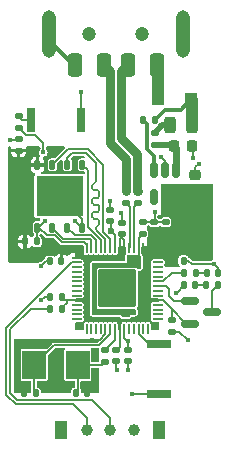
<source format=gbr>
%TF.GenerationSoftware,KiCad,Pcbnew,(6.0.2-0)*%
%TF.CreationDate,2022-03-31T23:17:21+02:00*%
%TF.ProjectId,BadPico,42616450-6963-46f2-9e6b-696361645f70,rev?*%
%TF.SameCoordinates,Original*%
%TF.FileFunction,Copper,L1,Top*%
%TF.FilePolarity,Positive*%
%FSLAX46Y46*%
G04 Gerber Fmt 4.6, Leading zero omitted, Abs format (unit mm)*
G04 Created by KiCad (PCBNEW (6.0.2-0)) date 2022-03-31 23:17:21*
%MOMM*%
%LPD*%
G01*
G04 APERTURE LIST*
G04 Aperture macros list*
%AMRoundRect*
0 Rectangle with rounded corners*
0 $1 Rounding radius*
0 $2 $3 $4 $5 $6 $7 $8 $9 X,Y pos of 4 corners*
0 Add a 4 corners polygon primitive as box body*
4,1,4,$2,$3,$4,$5,$6,$7,$8,$9,$2,$3,0*
0 Add four circle primitives for the rounded corners*
1,1,$1+$1,$2,$3*
1,1,$1+$1,$4,$5*
1,1,$1+$1,$6,$7*
1,1,$1+$1,$8,$9*
0 Add four rect primitives between the rounded corners*
20,1,$1+$1,$2,$3,$4,$5,0*
20,1,$1+$1,$4,$5,$6,$7,0*
20,1,$1+$1,$6,$7,$8,$9,0*
20,1,$1+$1,$8,$9,$2,$3,0*%
G04 Aperture macros list end*
%TA.AperFunction,SMDPad,CuDef*%
%ADD10RoundRect,0.135000X-0.135000X-0.185000X0.135000X-0.185000X0.135000X0.185000X-0.135000X0.185000X0*%
%TD*%
%TA.AperFunction,SMDPad,CuDef*%
%ADD11RoundRect,0.140000X0.170000X-0.140000X0.170000X0.140000X-0.170000X0.140000X-0.170000X-0.140000X0*%
%TD*%
%TA.AperFunction,SMDPad,CuDef*%
%ADD12RoundRect,0.140000X0.140000X0.170000X-0.140000X0.170000X-0.140000X-0.170000X0.140000X-0.170000X0*%
%TD*%
%TA.AperFunction,SMDPad,CuDef*%
%ADD13RoundRect,0.135000X0.185000X-0.135000X0.185000X0.135000X-0.185000X0.135000X-0.185000X-0.135000X0*%
%TD*%
%TA.AperFunction,WasherPad*%
%ADD14R,1.000000X1.500000*%
%TD*%
%TA.AperFunction,ComponentPad*%
%ADD15C,1.000000*%
%TD*%
%TA.AperFunction,SMDPad,CuDef*%
%ADD16RoundRect,0.147500X-0.147500X-0.172500X0.147500X-0.172500X0.147500X0.172500X-0.147500X0.172500X0*%
%TD*%
%TA.AperFunction,SMDPad,CuDef*%
%ADD17R,2.000000X0.800000*%
%TD*%
%TA.AperFunction,SMDPad,CuDef*%
%ADD18RoundRect,0.225000X-0.225000X-0.250000X0.225000X-0.250000X0.225000X0.250000X-0.225000X0.250000X0*%
%TD*%
%TA.AperFunction,SMDPad,CuDef*%
%ADD19R,1.100000X1.100000*%
%TD*%
%TA.AperFunction,SMDPad,CuDef*%
%ADD20RoundRect,0.147500X0.147500X0.172500X-0.147500X0.172500X-0.147500X-0.172500X0.147500X-0.172500X0*%
%TD*%
%TA.AperFunction,SMDPad,CuDef*%
%ADD21RoundRect,0.050000X-0.387500X-0.050000X0.387500X-0.050000X0.387500X0.050000X-0.387500X0.050000X0*%
%TD*%
%TA.AperFunction,SMDPad,CuDef*%
%ADD22RoundRect,0.050000X-0.050000X-0.387500X0.050000X-0.387500X0.050000X0.387500X-0.050000X0.387500X0*%
%TD*%
%TA.AperFunction,ComponentPad*%
%ADD23C,0.600000*%
%TD*%
%TA.AperFunction,SMDPad,CuDef*%
%ADD24RoundRect,0.144000X-1.456000X-1.456000X1.456000X-1.456000X1.456000X1.456000X-1.456000X1.456000X0*%
%TD*%
%TA.AperFunction,SMDPad,CuDef*%
%ADD25RoundRect,0.140000X-0.170000X0.140000X-0.170000X-0.140000X0.170000X-0.140000X0.170000X0.140000X0*%
%TD*%
%TA.AperFunction,WasherPad*%
%ADD26C,1.200000*%
%TD*%
%TA.AperFunction,SMDPad,CuDef*%
%ADD27RoundRect,0.300000X-0.300000X-0.700000X0.300000X-0.700000X0.300000X0.700000X-0.300000X0.700000X0*%
%TD*%
%TA.AperFunction,SMDPad,CuDef*%
%ADD28RoundRect,0.300000X0.300000X0.700000X-0.300000X0.700000X-0.300000X-0.700000X0.300000X-0.700000X0*%
%TD*%
%TA.AperFunction,ComponentPad*%
%ADD29O,1.200000X4.012500*%
%TD*%
%TA.AperFunction,SMDPad,CuDef*%
%ADD30RoundRect,0.140000X-0.140000X-0.170000X0.140000X-0.170000X0.140000X0.170000X-0.140000X0.170000X0*%
%TD*%
%TA.AperFunction,SMDPad,CuDef*%
%ADD31RoundRect,0.125000X0.125000X-0.262500X0.125000X0.262500X-0.125000X0.262500X-0.125000X-0.262500X0*%
%TD*%
%TA.AperFunction,SMDPad,CuDef*%
%ADD32R,4.000000X3.400000*%
%TD*%
%TA.AperFunction,SMDPad,CuDef*%
%ADD33RoundRect,0.135000X0.135000X0.185000X-0.135000X0.185000X-0.135000X-0.185000X0.135000X-0.185000X0*%
%TD*%
%TA.AperFunction,SMDPad,CuDef*%
%ADD34RoundRect,0.150000X-0.150000X0.512500X-0.150000X-0.512500X0.150000X-0.512500X0.150000X0.512500X0*%
%TD*%
%TA.AperFunction,SMDPad,CuDef*%
%ADD35RoundRect,0.225000X0.250000X-0.225000X0.250000X0.225000X-0.250000X0.225000X-0.250000X-0.225000X0*%
%TD*%
%TA.AperFunction,SMDPad,CuDef*%
%ADD36RoundRect,0.243750X0.243750X0.456250X-0.243750X0.456250X-0.243750X-0.456250X0.243750X-0.456250X0*%
%TD*%
%TA.AperFunction,SMDPad,CuDef*%
%ADD37R,0.800000X2.000000*%
%TD*%
%TA.AperFunction,SMDPad,CuDef*%
%ADD38R,2.000000X2.400000*%
%TD*%
%TA.AperFunction,SMDPad,CuDef*%
%ADD39RoundRect,0.135000X-0.185000X0.135000X-0.185000X-0.135000X0.185000X-0.135000X0.185000X0.135000X0*%
%TD*%
%TA.AperFunction,SMDPad,CuDef*%
%ADD40RoundRect,0.150000X-0.587500X-0.150000X0.587500X-0.150000X0.587500X0.150000X-0.587500X0.150000X0*%
%TD*%
%TA.AperFunction,ViaPad*%
%ADD41C,0.400000*%
%TD*%
%TA.AperFunction,ViaPad*%
%ADD42C,0.600000*%
%TD*%
%TA.AperFunction,Conductor*%
%ADD43C,0.200000*%
%TD*%
%TA.AperFunction,Conductor*%
%ADD44C,0.150000*%
%TD*%
%TA.AperFunction,Conductor*%
%ADD45C,0.300000*%
%TD*%
%TA.AperFunction,Conductor*%
%ADD46C,0.500000*%
%TD*%
%TA.AperFunction,Conductor*%
%ADD47C,0.600000*%
%TD*%
%TA.AperFunction,Conductor*%
%ADD48C,1.000000*%
%TD*%
%TA.AperFunction,Conductor*%
%ADD49C,0.800000*%
%TD*%
G04 APERTURE END LIST*
D10*
%TO.P,R10,1*%
%TO.N,/GPIO25*%
X119035000Y-52810000D03*
%TO.P,R10,2*%
%TO.N,Net-(D4-Pad2)*%
X120055000Y-52810000D03*
%TD*%
D11*
%TO.P,C7,1*%
%TO.N,+3V3*%
X113805000Y-49505000D03*
%TO.P,C7,2*%
%TO.N,GND*%
X113805000Y-48545000D03*
%TD*%
D12*
%TO.P,C6,1*%
%TO.N,+3V3*%
X108680000Y-51815000D03*
%TO.P,C6,2*%
%TO.N,GND*%
X107720000Y-51815000D03*
%TD*%
D13*
%TO.P,R9,1*%
%TO.N,Net-(C16-Pad1)*%
X112365000Y-60310000D03*
%TO.P,R9,2*%
%TO.N,Net-(R9-Pad2)*%
X112365000Y-59290000D03*
%TD*%
D14*
%TO.P,SW1,*%
%TO.N,*%
X116975000Y-66135000D03*
X108675000Y-66135000D03*
D15*
%TO.P,SW1,1,A*%
%TO.N,Net-(U3-Pad2)*%
X110825000Y-66135000D03*
%TO.P,SW1,2,B*%
%TO.N,Net-(SW1-Pad2)*%
X112825000Y-66135000D03*
%TO.P,SW1,3*%
%TO.N,N/C*%
X114825000Y-66135000D03*
%TD*%
D16*
%TO.P,D3,1,K*%
%TO.N,GND*%
X119070000Y-53855000D03*
%TO.P,D3,2,A*%
%TO.N,Net-(D3-Pad2)*%
X120040000Y-53855000D03*
%TD*%
D13*
%TO.P,R4,1*%
%TO.N,/PI_USB_D-*%
X115160000Y-46895000D03*
%TO.P,R4,2*%
%TO.N,/USB_D-*%
X115160000Y-45875000D03*
%TD*%
D17*
%TO.P,SW3,1,A*%
%TO.N,Net-(SW3-Pad1)*%
X116935000Y-58830000D03*
%TO.P,SW3,2,B*%
%TO.N,GND*%
X116935000Y-63030000D03*
%TD*%
D18*
%TO.P,C13,1*%
%TO.N,Net-(C13-Pad1)*%
X118235000Y-42060000D03*
%TO.P,C13,2*%
%TO.N,GND*%
X119785000Y-42060000D03*
%TD*%
D19*
%TO.P,D2,1,K*%
%TO.N,BUSPWR*%
X119700000Y-38115000D03*
%TO.P,D2,2,A*%
%TO.N,/VBA_DIN*%
X116900000Y-38115000D03*
%TD*%
D20*
%TO.P,D4,1,K*%
%TO.N,GND*%
X121955000Y-52805000D03*
%TO.P,D4,2,A*%
%TO.N,Net-(D4-Pad2)*%
X120985000Y-52805000D03*
%TD*%
D21*
%TO.P,U3,1,IOVDD*%
%TO.N,+3V3*%
X109982500Y-51515000D03*
%TO.P,U3,2,GPIO0*%
%TO.N,Net-(U3-Pad2)*%
X109982500Y-51915000D03*
%TO.P,U3,3,GPIO1*%
%TO.N,unconnected-(U3-Pad3)*%
X109982500Y-52315000D03*
%TO.P,U3,4,GPIO2*%
%TO.N,unconnected-(U3-Pad4)*%
X109982500Y-52715000D03*
%TO.P,U3,5,GPIO3*%
%TO.N,unconnected-(U3-Pad5)*%
X109982500Y-53115000D03*
%TO.P,U3,6,GPIO4*%
%TO.N,unconnected-(U3-Pad6)*%
X109982500Y-53515000D03*
%TO.P,U3,7,GPIO5*%
%TO.N,unconnected-(U3-Pad7)*%
X109982500Y-53915000D03*
%TO.P,U3,8,GPIO6*%
%TO.N,unconnected-(U3-Pad8)*%
X109982500Y-54315000D03*
%TO.P,U3,9,GPIO7*%
%TO.N,unconnected-(U3-Pad9)*%
X109982500Y-54715000D03*
%TO.P,U3,10,IOVDD*%
%TO.N,+3V3*%
X109982500Y-55115000D03*
%TO.P,U3,11,GPIO8*%
%TO.N,unconnected-(U3-Pad11)*%
X109982500Y-55515000D03*
%TO.P,U3,12,GPIO9*%
%TO.N,unconnected-(U3-Pad12)*%
X109982500Y-55915000D03*
%TO.P,U3,13,GPIO10*%
%TO.N,unconnected-(U3-Pad13)*%
X109982500Y-56315000D03*
%TO.P,U3,14,GPIO11*%
%TO.N,unconnected-(U3-Pad14)*%
X109982500Y-56715000D03*
D22*
%TO.P,U3,15,GPIO12*%
%TO.N,unconnected-(U3-Pad15)*%
X110820000Y-57552500D03*
%TO.P,U3,16,GPIO13*%
%TO.N,unconnected-(U3-Pad16)*%
X111220000Y-57552500D03*
%TO.P,U3,17,GPIO14*%
%TO.N,unconnected-(U3-Pad17)*%
X111620000Y-57552500D03*
%TO.P,U3,18,GPIO15*%
%TO.N,unconnected-(U3-Pad18)*%
X112020000Y-57552500D03*
%TO.P,U3,19,TESTEN*%
%TO.N,GND*%
X112420000Y-57552500D03*
%TO.P,U3,20,XIN*%
%TO.N,Net-(C15-Pad1)*%
X112820000Y-57552500D03*
%TO.P,U3,21,XOUT*%
%TO.N,Net-(R9-Pad2)*%
X113220000Y-57552500D03*
%TO.P,U3,22,IOVDD*%
%TO.N,+3V3*%
X113620000Y-57552500D03*
%TO.P,U3,23,DVDD*%
%TO.N,+1V1*%
X114020000Y-57552500D03*
%TO.P,U3,24,SWCLK*%
%TO.N,unconnected-(U3-Pad24)*%
X114420000Y-57552500D03*
%TO.P,U3,25,SWD*%
%TO.N,unconnected-(U3-Pad25)*%
X114820000Y-57552500D03*
%TO.P,U3,26,RUN*%
%TO.N,Net-(SW3-Pad1)*%
X115220000Y-57552500D03*
%TO.P,U3,27,GPIO16*%
%TO.N,unconnected-(U3-Pad27)*%
X115620000Y-57552500D03*
%TO.P,U3,28,GPIO17*%
%TO.N,unconnected-(U3-Pad28)*%
X116020000Y-57552500D03*
D21*
%TO.P,U3,29,GPIO18*%
%TO.N,unconnected-(U3-Pad29)*%
X116857500Y-56715000D03*
%TO.P,U3,30,GPIO19*%
%TO.N,unconnected-(U3-Pad30)*%
X116857500Y-56315000D03*
%TO.P,U3,31,GPIO20*%
%TO.N,unconnected-(U3-Pad31)*%
X116857500Y-55915000D03*
%TO.P,U3,32,GPIO21*%
%TO.N,unconnected-(U3-Pad32)*%
X116857500Y-55515000D03*
%TO.P,U3,33,IOVDD*%
%TO.N,+3V3*%
X116857500Y-55115000D03*
%TO.P,U3,34,GPIO22*%
%TO.N,unconnected-(U3-Pad34)*%
X116857500Y-54715000D03*
%TO.P,U3,35,GPIO23*%
%TO.N,unconnected-(U3-Pad35)*%
X116857500Y-54315000D03*
%TO.P,U3,36,GPIO24*%
%TO.N,/GPIO24*%
X116857500Y-53915000D03*
%TO.P,U3,37,GPIO25*%
%TO.N,/GPIO25*%
X116857500Y-53515000D03*
%TO.P,U3,38,GPIO26_ADC0*%
%TO.N,unconnected-(U3-Pad38)*%
X116857500Y-53115000D03*
%TO.P,U3,39,GPIO27_ADC1*%
%TO.N,unconnected-(U3-Pad39)*%
X116857500Y-52715000D03*
%TO.P,U3,40,GPIO28_ADC2*%
%TO.N,unconnected-(U3-Pad40)*%
X116857500Y-52315000D03*
%TO.P,U3,41,GPIO29_ADC3*%
%TO.N,unconnected-(U3-Pad41)*%
X116857500Y-51915000D03*
%TO.P,U3,42,IOVDD*%
%TO.N,+3V3*%
X116857500Y-51515000D03*
D22*
%TO.P,U3,43,ADC_AVDD*%
X116020000Y-50677500D03*
%TO.P,U3,44,VREG_IN*%
X115620000Y-50677500D03*
%TO.P,U3,45,VREG_VOUT*%
%TO.N,+1V1*%
X115220000Y-50677500D03*
%TO.P,U3,46,USB_DM*%
%TO.N,/PI_USB_D-*%
X114820000Y-50677500D03*
%TO.P,U3,47,USB_DP*%
%TO.N,/PI_USB_D+*%
X114420000Y-50677500D03*
%TO.P,U3,48,USB_VDD*%
%TO.N,+3V3*%
X114020000Y-50677500D03*
%TO.P,U3,49,IOVDD*%
X113620000Y-50677500D03*
%TO.P,U3,50,DVDD*%
%TO.N,+1V1*%
X113220000Y-50677500D03*
%TO.P,U3,51,QSPI_SD3*%
%TO.N,/FLASH_IO3*%
X112820000Y-50677500D03*
%TO.P,U3,52,QSPI_SCLK*%
%TO.N,/FLASH_CLK*%
X112420000Y-50677500D03*
%TO.P,U3,53,QSPI_SD0*%
%TO.N,/FLASH_IO0*%
X112020000Y-50677500D03*
%TO.P,U3,54,QSPI_SD2*%
%TO.N,/FLASH_IO2*%
X111620000Y-50677500D03*
%TO.P,U3,55,QSPI_SD1*%
%TO.N,/FLASH_IO1*%
X111220000Y-50677500D03*
%TO.P,U3,56,QSPI_SS*%
%TO.N,/FLASH_SS*%
X110820000Y-50677500D03*
D23*
%TO.P,U3,57,GND*%
%TO.N,GND*%
X112145000Y-55390000D03*
X114695000Y-54115000D03*
X114695000Y-55390000D03*
X113420000Y-52840000D03*
X114695000Y-52840000D03*
X113420000Y-54115000D03*
X112145000Y-52840000D03*
X113420000Y-55390000D03*
D24*
X113420000Y-54115000D03*
D23*
X112145000Y-54115000D03*
%TD*%
D25*
%TO.P,C4,1*%
%TO.N,+3V3*%
X113350000Y-59305000D03*
%TO.P,C4,2*%
%TO.N,GND*%
X113350000Y-60265000D03*
%TD*%
D26*
%TO.P,J1,*%
%TO.N,*%
X115550000Y-32575000D03*
X111050000Y-32575000D03*
D27*
%TO.P,J1,1,VBUS*%
%TO.N,/VBA_DIN*%
X116800000Y-35185000D03*
D28*
%TO.P,J1,2,D-*%
%TO.N,/USB_D-*%
X114300000Y-35185000D03*
%TO.P,J1,3,D+*%
%TO.N,/USB_D+*%
X112300000Y-35185000D03*
%TO.P,J1,4,GND*%
%TO.N,GND*%
X109800000Y-35185000D03*
D29*
%TO.P,J1,5,Shield*%
X107600000Y-32575000D03*
X119000000Y-32575000D03*
%TD*%
D30*
%TO.P,C2,1*%
%TO.N,+3V3*%
X118075000Y-51780000D03*
%TO.P,C2,2*%
%TO.N,GND*%
X119035000Y-51780000D03*
%TD*%
D31*
%TO.P,U1,1,~{CS}*%
%TO.N,/FLASH_SS*%
X106655000Y-48967500D03*
%TO.P,U1,2,DO(IO1)*%
%TO.N,/FLASH_IO1*%
X107925000Y-48967500D03*
%TO.P,U1,3,IO2*%
%TO.N,/FLASH_IO2*%
X109195000Y-48967500D03*
%TO.P,U1,4,GND*%
%TO.N,GND*%
X110465000Y-48967500D03*
%TO.P,U1,5,DI(IO0)*%
%TO.N,/FLASH_IO0*%
X110465000Y-43642500D03*
%TO.P,U1,6,CLK*%
%TO.N,/FLASH_CLK*%
X109195000Y-43642500D03*
%TO.P,U1,7,IO3*%
%TO.N,/FLASH_IO3*%
X107925000Y-43642500D03*
%TO.P,U1,8,VCC*%
%TO.N,+3V3*%
X106655000Y-43642500D03*
D32*
%TO.P,U1,9*%
%TO.N,GND*%
X108560000Y-46305000D03*
%TD*%
D33*
%TO.P,R8,1*%
%TO.N,BUSPWR*%
X116625000Y-39815000D03*
%TO.P,R8,2*%
%TO.N,3V3_EN*%
X115605000Y-39815000D03*
%TD*%
D11*
%TO.P,C10,1*%
%TO.N,+3V3*%
X117520000Y-49475000D03*
%TO.P,C10,2*%
%TO.N,GND*%
X117520000Y-48515000D03*
%TD*%
%TO.P,C1,1*%
%TO.N,+3V3*%
X116545000Y-49475000D03*
%TO.P,C1,2*%
%TO.N,GND*%
X116545000Y-48515000D03*
%TD*%
D34*
%TO.P,U2,1,IN*%
%TO.N,Net-(C13-Pad1)*%
X118430000Y-44127500D03*
%TO.P,U2,2,GND*%
%TO.N,GND*%
X117480000Y-44127500D03*
%TO.P,U2,3,EN*%
%TO.N,3V3_EN*%
X116530000Y-44127500D03*
%TO.P,U2,4,BP*%
%TO.N,unconnected-(U2-Pad4)*%
X116530000Y-46402500D03*
%TO.P,U2,5,OUT*%
%TO.N,+3V3*%
X118430000Y-46402500D03*
%TD*%
D25*
%TO.P,C9,1*%
%TO.N,+1V1*%
X114350000Y-59305000D03*
%TO.P,C9,2*%
%TO.N,GND*%
X114350000Y-60265000D03*
%TD*%
D33*
%TO.P,R11,1*%
%TO.N,Net-(Q1-Pad3)*%
X121990000Y-53860000D03*
%TO.P,R11,2*%
%TO.N,Net-(D3-Pad2)*%
X120970000Y-53860000D03*
%TD*%
D35*
%TO.P,C14,1*%
%TO.N,+3V3*%
X120030000Y-46065000D03*
%TO.P,C14,2*%
%TO.N,GND*%
X120030000Y-44515000D03*
%TD*%
D13*
%TO.P,FB1,1*%
%TO.N,Net-(C13-Pad1)*%
X116605000Y-41950000D03*
%TO.P,FB1,2*%
%TO.N,Net-(F1-Pad2)*%
X116605000Y-40930000D03*
%TD*%
D33*
%TO.P,R6,1*%
%TO.N,/FLASH_SS*%
X106610000Y-50140000D03*
%TO.P,R6,2*%
%TO.N,+3V3*%
X105590000Y-50140000D03*
%TD*%
D25*
%TO.P,C11,1*%
%TO.N,GND*%
X112795000Y-47465000D03*
%TO.P,C11,2*%
%TO.N,+1V1*%
X112795000Y-48425000D03*
%TD*%
D36*
%TO.P,F1,1*%
%TO.N,BUSPWR*%
X119747500Y-40290000D03*
%TO.P,F1,2*%
%TO.N,Net-(F1-Pad2)*%
X117872500Y-40290000D03*
%TD*%
D11*
%TO.P,C12,1*%
%TO.N,+3V3*%
X105065000Y-42445000D03*
%TO.P,C12,2*%
%TO.N,GND*%
X105065000Y-41485000D03*
%TD*%
D13*
%TO.P,R3,1*%
%TO.N,/PI_USB_D+*%
X114155000Y-46885000D03*
%TO.P,R3,2*%
%TO.N,/USB_D+*%
X114155000Y-45865000D03*
%TD*%
D12*
%TO.P,C5,1*%
%TO.N,+3V3*%
X108705000Y-54830000D03*
%TO.P,C5,2*%
%TO.N,GND*%
X107745000Y-54830000D03*
%TD*%
D37*
%TO.P,SW2,1,A*%
%TO.N,GND*%
X110355000Y-39845000D03*
%TO.P,SW2,2,B*%
%TO.N,Net-(R7-Pad1)*%
X106155000Y-39845000D03*
%TD*%
D10*
%TO.P,R5,1*%
%TO.N,Net-(SW1-Pad2)*%
X107740000Y-55840000D03*
%TO.P,R5,2*%
%TO.N,+3V3*%
X108760000Y-55840000D03*
%TD*%
D30*
%TO.P,C16,1*%
%TO.N,Net-(C16-Pad1)*%
X109930000Y-63000000D03*
%TO.P,C16,2*%
%TO.N,GND*%
X110890000Y-63000000D03*
%TD*%
D38*
%TO.P,Y1,1,1*%
%TO.N,Net-(C16-Pad1)*%
X110080000Y-60585000D03*
%TO.P,Y1,2,2*%
%TO.N,Net-(C15-Pad1)*%
X106380000Y-60585000D03*
%TD*%
D39*
%TO.P,R7,1*%
%TO.N,Net-(R7-Pad1)*%
X105070000Y-39540000D03*
%TO.P,R7,2*%
%TO.N,/FLASH_SS*%
X105070000Y-40560000D03*
%TD*%
D12*
%TO.P,C15,1*%
%TO.N,Net-(C15-Pad1)*%
X106520000Y-63000000D03*
%TO.P,C15,2*%
%TO.N,GND*%
X105560000Y-63000000D03*
%TD*%
D11*
%TO.P,C8,1*%
%TO.N,+1V1*%
X115565000Y-49475000D03*
%TO.P,C8,2*%
%TO.N,GND*%
X115565000Y-48515000D03*
%TD*%
D25*
%TO.P,C3,1*%
%TO.N,+3V3*%
X118085000Y-56805000D03*
%TO.P,C3,2*%
%TO.N,GND*%
X118085000Y-57765000D03*
%TD*%
D40*
%TO.P,Q1,1,G*%
%TO.N,/GPIO24*%
X119602500Y-55185000D03*
%TO.P,Q1,2,S*%
%TO.N,+3V3*%
X119602500Y-57085000D03*
%TO.P,Q1,3,D*%
%TO.N,Net-(Q1-Pad3)*%
X121477500Y-56135000D03*
%TD*%
D41*
%TO.N,+3V3*%
X121105000Y-46610000D03*
%TO.N,GND*%
X120315000Y-43570000D03*
X107000000Y-55130000D03*
X113360000Y-61005000D03*
X104875000Y-62685000D03*
X116585000Y-47655000D03*
X111615000Y-62695000D03*
X110330000Y-37510000D03*
X104315000Y-41575000D03*
X121625000Y-52060000D03*
X111310000Y-58445000D03*
X111615000Y-59785000D03*
X117110000Y-42965000D03*
X106985000Y-52210000D03*
X112800000Y-46685000D03*
X114680000Y-63030000D03*
X114340000Y-61000000D03*
X118385000Y-54460000D03*
X108135000Y-62760000D03*
X109835000Y-48380000D03*
X113730000Y-47730000D03*
X119375000Y-58485000D03*
X119810000Y-43070000D03*
D42*
%TO.N,+1V1*%
X114120000Y-56185000D03*
X112859464Y-49235536D03*
D41*
X114350000Y-58605000D03*
D42*
X114825000Y-51835000D03*
D41*
%TO.N,/FLASH_SS*%
X107150000Y-42585000D03*
X107265000Y-48420000D03*
%TD*%
D43*
%TO.N,+3V3*%
X113620000Y-59035000D02*
X113350000Y-59305000D01*
D44*
X113785000Y-49785000D02*
X113785000Y-49525000D01*
D43*
X109135000Y-55115000D02*
X108990000Y-55115000D01*
X113620000Y-57552500D02*
X113620000Y-59035000D01*
X109135000Y-55340000D02*
X108760000Y-55715000D01*
D44*
X113620000Y-50677500D02*
X113620000Y-49950000D01*
X114005000Y-50035000D02*
X113805000Y-49835000D01*
D43*
X109135000Y-55115000D02*
X109135000Y-55340000D01*
X119280000Y-57085000D02*
X119602500Y-57085000D01*
D44*
X113805000Y-49835000D02*
X113805000Y-49505000D01*
D43*
X108760000Y-55715000D02*
X108760000Y-55840000D01*
D44*
X114020000Y-50677500D02*
X114005000Y-50662500D01*
D43*
X108990000Y-55115000D02*
X108705000Y-54830000D01*
X118085000Y-55881415D02*
X118085000Y-56805000D01*
X116857500Y-55115000D02*
X117318585Y-55115000D01*
D44*
X113785000Y-49525000D02*
X113805000Y-49505000D01*
D43*
X109982500Y-55115000D02*
X109135000Y-55115000D01*
X117318585Y-55115000D02*
X118085000Y-55881415D01*
D44*
X113620000Y-49950000D02*
X113785000Y-49785000D01*
X114005000Y-50662500D02*
X114005000Y-50035000D01*
D43*
X118085000Y-55890000D02*
X119280000Y-57085000D01*
X118085000Y-55881415D02*
X118085000Y-55890000D01*
%TO.N,GND*%
X119445000Y-51780000D02*
X119035000Y-51780000D01*
D44*
X112795000Y-46690000D02*
X112800000Y-46685000D01*
X112795000Y-47465000D02*
X112795000Y-46690000D01*
D43*
X107300000Y-54830000D02*
X107745000Y-54830000D01*
X119810000Y-43070000D02*
X119810000Y-42085000D01*
X107720000Y-51815000D02*
X107380000Y-51815000D01*
D44*
X112420000Y-57978229D02*
X112420000Y-57552500D01*
X113730000Y-47730000D02*
X113805000Y-47805000D01*
D43*
X113350000Y-60265000D02*
X113350000Y-60995000D01*
D44*
X111310000Y-58445000D02*
X111953229Y-58445000D01*
D43*
X107380000Y-51815000D02*
X106985000Y-52210000D01*
X105065000Y-41485000D02*
X104975000Y-41575000D01*
X121625000Y-52060000D02*
X121955000Y-52390000D01*
D44*
X110422500Y-48967500D02*
X109835000Y-48380000D01*
D43*
X121625000Y-52060000D02*
X119725000Y-52060000D01*
X120030000Y-43855000D02*
X120315000Y-43570000D01*
D44*
X116935000Y-63030000D02*
X114680000Y-63030000D01*
D45*
X107600000Y-33072500D02*
X107600000Y-32575000D01*
D44*
X116585000Y-48475000D02*
X116545000Y-48515000D01*
D43*
X117480000Y-43335000D02*
X117110000Y-42965000D01*
X117480000Y-44127500D02*
X117480000Y-43335000D01*
X118655000Y-57765000D02*
X119375000Y-58485000D01*
D44*
X111953229Y-58445000D02*
X112420000Y-57978229D01*
X110465000Y-48967500D02*
X110422500Y-48967500D01*
X110465000Y-48967500D02*
X110465000Y-48210000D01*
D43*
X118385000Y-54460000D02*
X118465000Y-54460000D01*
X120030000Y-44515000D02*
X120030000Y-43855000D01*
X107000000Y-55130000D02*
X107300000Y-54830000D01*
D44*
X115565000Y-48515000D02*
X117520000Y-48515000D01*
X113805000Y-47805000D02*
X113805000Y-48545000D01*
D43*
X104975000Y-41575000D02*
X104315000Y-41575000D01*
D45*
X109712500Y-35185000D02*
X107600000Y-33072500D01*
D43*
X113350000Y-60995000D02*
X113360000Y-61005000D01*
D44*
X110465000Y-48210000D02*
X108560000Y-46305000D01*
D43*
X118085000Y-57765000D02*
X118655000Y-57765000D01*
D44*
X116585000Y-47655000D02*
X116585000Y-48475000D01*
D43*
X114350000Y-60265000D02*
X114350000Y-60990000D01*
D44*
X110355000Y-37535000D02*
X110355000Y-39845000D01*
X110330000Y-37510000D02*
X110355000Y-37535000D01*
D43*
X119725000Y-52060000D02*
X119445000Y-51780000D01*
X118465000Y-54460000D02*
X119070000Y-53855000D01*
X114350000Y-60990000D02*
X114340000Y-61000000D01*
X119810000Y-42085000D02*
X119785000Y-42060000D01*
X121955000Y-52390000D02*
X121955000Y-52805000D01*
%TO.N,+1V1*%
X115220000Y-50677500D02*
X115220000Y-49820000D01*
X114350000Y-58605000D02*
X114350000Y-59305000D01*
X114350000Y-59305000D02*
X114350000Y-58660000D01*
X112860000Y-49070000D02*
X112860000Y-48490000D01*
X112860000Y-49070000D02*
X112860000Y-49235000D01*
D44*
X112860000Y-49235000D02*
X112859464Y-49235536D01*
D43*
X114020000Y-58330000D02*
X114020000Y-57552500D01*
X114825000Y-51835000D02*
X115220000Y-51440000D01*
X114350000Y-58660000D02*
X114020000Y-58330000D01*
X113220000Y-49596072D02*
X113220000Y-50677500D01*
X112860000Y-48490000D02*
X112795000Y-48425000D01*
X115220000Y-51440000D02*
X115220000Y-50677500D01*
X112859464Y-49235536D02*
X113220000Y-49596072D01*
X115220000Y-49820000D02*
X115565000Y-49475000D01*
D46*
%TO.N,Net-(C13-Pad1)*%
X116605000Y-41950000D02*
X118125000Y-41950000D01*
X118125000Y-41950000D02*
X118235000Y-42060000D01*
D47*
X118430000Y-42255000D02*
X118235000Y-42060000D01*
X118430000Y-44127500D02*
X118430000Y-42255000D01*
D44*
%TO.N,Net-(C15-Pad1)*%
X106380000Y-62860000D02*
X106520000Y-63000000D01*
X112820000Y-58001815D02*
X111896815Y-58925000D01*
X108040000Y-58925000D02*
X106380000Y-60585000D01*
X112820000Y-57552500D02*
X112820000Y-58001815D01*
X111896815Y-58925000D02*
X108040000Y-58925000D01*
X106380000Y-60585000D02*
X106380000Y-62860000D01*
%TO.N,Net-(C16-Pad1)*%
X110080000Y-60585000D02*
X110080000Y-62850000D01*
X112090000Y-60585000D02*
X110080000Y-60585000D01*
X112365000Y-60310000D02*
X112090000Y-60585000D01*
X110080000Y-62850000D02*
X109930000Y-63000000D01*
D45*
%TO.N,BUSPWR*%
X119700000Y-38115000D02*
X118825480Y-38989520D01*
D48*
X119752500Y-38167500D02*
X119752500Y-40220000D01*
D45*
X117450480Y-38989520D02*
X116625000Y-39815000D01*
X118825480Y-38989520D02*
X117450480Y-38989520D01*
D48*
X119700000Y-38115000D02*
X119752500Y-38167500D01*
D43*
%TO.N,Net-(D3-Pad2)*%
X120970000Y-53860000D02*
X120045000Y-53860000D01*
X120045000Y-53860000D02*
X120040000Y-53855000D01*
%TO.N,Net-(D4-Pad2)*%
X120055000Y-52810000D02*
X120980000Y-52810000D01*
X120980000Y-52810000D02*
X120985000Y-52805000D01*
D46*
%TO.N,Net-(F1-Pad2)*%
X117872500Y-40290000D02*
X117245000Y-40290000D01*
X117245000Y-40290000D02*
X116605000Y-40930000D01*
D49*
%TO.N,/USB_D-*%
X115127500Y-42770748D02*
X115127500Y-45842500D01*
X113775000Y-41418248D02*
X115127500Y-42770748D01*
X113775000Y-35710000D02*
X113775000Y-41418248D01*
X114300000Y-35185000D02*
X113775000Y-35710000D01*
X115127500Y-45842500D02*
X115160000Y-45875000D01*
%TO.N,/USB_D+*%
X114177500Y-45842500D02*
X114155000Y-45865000D01*
X112825000Y-35710000D02*
X112825000Y-41811752D01*
X112300000Y-35185000D02*
X112825000Y-35710000D01*
X112825000Y-41811752D02*
X114177500Y-43164252D01*
X114177500Y-43164252D02*
X114177500Y-45842500D01*
D44*
%TO.N,Net-(U3-Pad2)*%
X104805580Y-63899520D02*
X109635000Y-63899520D01*
X109635000Y-63899520D02*
X110825000Y-65089520D01*
X104025481Y-63119421D02*
X104805580Y-63899520D01*
X109555000Y-51915000D02*
X104025481Y-57444519D01*
X110825000Y-65089520D02*
X110825000Y-66135000D01*
X109982500Y-51915000D02*
X109555000Y-51915000D01*
X104025481Y-57444519D02*
X104025481Y-63119421D01*
%TO.N,Net-(R7-Pad1)*%
X105375000Y-39845000D02*
X106155000Y-39845000D01*
X105070000Y-39540000D02*
X105375000Y-39845000D01*
D45*
%TO.N,3V3_EN*%
X115960000Y-42305000D02*
X116530000Y-42875000D01*
X115960000Y-40170000D02*
X115960000Y-42305000D01*
X116530000Y-42875000D02*
X116530000Y-44127500D01*
X115605000Y-39815000D02*
X115960000Y-40170000D01*
D44*
%TO.N,Net-(R9-Pad2)*%
X113220000Y-58460000D02*
X112390000Y-59290000D01*
X113220000Y-57552500D02*
X113220000Y-58460000D01*
X112390000Y-59290000D02*
X112365000Y-59290000D01*
D43*
%TO.N,Net-(SW1-Pad2)*%
X106090000Y-55840000D02*
X104350000Y-57580000D01*
X104940000Y-63575000D02*
X111275000Y-63575000D01*
X112825000Y-65125000D02*
X112825000Y-66135000D01*
X107740000Y-55840000D02*
X106090000Y-55840000D01*
X104350000Y-57580000D02*
X104350000Y-62985000D01*
X104350000Y-62985000D02*
X104940000Y-63575000D01*
X111275000Y-63575000D02*
X112825000Y-65125000D01*
D44*
%TO.N,Net-(SW3-Pad1)*%
X116071771Y-58830000D02*
X116935000Y-58830000D01*
X115220000Y-57978229D02*
X116071771Y-58830000D01*
X115220000Y-57552500D02*
X115220000Y-57978229D01*
D43*
%TO.N,/GPIO24*%
X117790000Y-54155000D02*
X117790000Y-54775000D01*
X117790000Y-54775000D02*
X118200000Y-55185000D01*
X118200000Y-55185000D02*
X119602500Y-55185000D01*
X116857500Y-53915000D02*
X117550000Y-53915000D01*
X117550000Y-53915000D02*
X117790000Y-54155000D01*
D44*
%TO.N,/FLASH_SS*%
X110820000Y-50400000D02*
X110619040Y-50199040D01*
X110619040Y-50199040D02*
X108732954Y-50199040D01*
X106485000Y-41145000D02*
X105655000Y-41145000D01*
X106610000Y-49012500D02*
X106655000Y-48967500D01*
X107150000Y-42585000D02*
X107150000Y-41810000D01*
X106717500Y-48967500D02*
X106655000Y-48967500D01*
X105655000Y-41145000D02*
X105070000Y-40560000D01*
X106610000Y-50140000D02*
X106610000Y-49012500D01*
X108732954Y-50199040D02*
X108123914Y-49590000D01*
X107265000Y-48420000D02*
X106717500Y-48967500D01*
X107150000Y-41810000D02*
X106485000Y-41145000D01*
X106817500Y-48967500D02*
X106655000Y-48967500D01*
X108123914Y-49590000D02*
X107440000Y-49590000D01*
X110820000Y-50677500D02*
X110820000Y-50400000D01*
X107440000Y-49590000D02*
X106817500Y-48967500D01*
D43*
%TO.N,/GPIO25*%
X117318585Y-53515000D02*
X118013585Y-52820000D01*
X119025000Y-52820000D02*
X119035000Y-52810000D01*
X116857500Y-53515000D02*
X117318585Y-53515000D01*
X118013585Y-52820000D02*
X119025000Y-52820000D01*
D44*
%TO.N,/FLASH_IO1*%
X111220000Y-50033586D02*
X111085934Y-49899520D01*
X111085934Y-49899520D02*
X108857020Y-49899520D01*
X108857020Y-49899520D02*
X107925000Y-48967500D01*
X111220000Y-50677500D02*
X111220000Y-50033586D01*
%TO.N,/FLASH_IO2*%
X111620000Y-50677500D02*
X111620000Y-50010000D01*
X111620000Y-50010000D02*
X111210000Y-49600000D01*
X109827500Y-49600000D02*
X109195000Y-48967500D01*
X111210000Y-49600000D02*
X109827500Y-49600000D01*
%TO.N,/FLASH_IO0*%
X110939520Y-44117020D02*
X110465000Y-43642500D01*
X112020000Y-49985000D02*
X110939520Y-48904520D01*
X112020000Y-50677500D02*
X112020000Y-49985000D01*
X110939520Y-48904520D02*
X110939520Y-44117020D01*
%TO.N,/FLASH_CLK*%
X111615000Y-45820000D02*
X111440000Y-45820000D01*
X111915000Y-48670000D02*
X111915000Y-48370000D01*
X111265000Y-46845000D02*
X111265000Y-46595000D01*
X111615000Y-45045000D02*
X111615000Y-44175024D01*
X111765000Y-45820000D02*
X111615000Y-45820000D01*
X111615000Y-43456920D02*
X110813080Y-42655000D01*
X111440000Y-47620000D02*
X111615000Y-47620000D01*
X111615000Y-44175024D02*
X111615000Y-43456920D01*
X111765000Y-47020000D02*
X111615000Y-47020000D01*
X111615000Y-48220000D02*
X111440000Y-48220000D01*
X112420000Y-49961414D02*
X111673578Y-49214992D01*
X111615000Y-47620000D02*
X111765000Y-47620000D01*
X111615000Y-46420000D02*
X111765000Y-46420000D01*
X111615000Y-47020000D02*
X111440000Y-47020000D01*
X111915000Y-47470000D02*
X111915000Y-47170000D01*
X111915000Y-46270000D02*
X111915000Y-45970000D01*
X111765000Y-48220000D02*
X111615000Y-48220000D01*
X111615000Y-49073571D02*
X111615000Y-48970000D01*
X111440000Y-46420000D02*
X111615000Y-46420000D01*
X111265000Y-45645000D02*
X111265000Y-45395000D01*
X109630000Y-42655000D02*
X109195000Y-43090000D01*
X110813080Y-42655000D02*
X109630000Y-42655000D01*
X112420000Y-50677500D02*
X112420000Y-49961414D01*
X111265000Y-48045000D02*
X111265000Y-47795000D01*
X109195000Y-43090000D02*
X109195000Y-43642500D01*
X111915000Y-46270000D02*
G75*
G02*
X111765000Y-46420000I-150000J0D01*
G01*
X111615000Y-45045000D02*
G75*
G02*
X111440000Y-45220000I-174999J-1D01*
G01*
X111265000Y-45645000D02*
G75*
G03*
X111440000Y-45820000I174999J-1D01*
G01*
X111265000Y-46845000D02*
G75*
G03*
X111440000Y-47020000I174999J-1D01*
G01*
X111673578Y-49214992D02*
G75*
G02*
X111615000Y-49073571I141425J141422D01*
G01*
X111265000Y-48045000D02*
G75*
G03*
X111440000Y-48220000I174999J-1D01*
G01*
X111440000Y-47620000D02*
G75*
G03*
X111265000Y-47795000I-1J-174999D01*
G01*
X111765000Y-45820000D02*
G75*
G02*
X111915000Y-45970000I0J-150000D01*
G01*
X111765000Y-48220000D02*
G75*
G02*
X111915000Y-48370000I0J-150000D01*
G01*
X111915000Y-47470000D02*
G75*
G02*
X111765000Y-47620000I-150000J0D01*
G01*
X111765000Y-48820000D02*
G75*
G03*
X111615000Y-48970000I0J-150000D01*
G01*
X111765000Y-47020000D02*
G75*
G02*
X111915000Y-47170000I0J-150000D01*
G01*
X111915000Y-48670000D02*
G75*
G02*
X111765000Y-48820000I-150000J0D01*
G01*
X111440000Y-45220000D02*
G75*
G03*
X111265000Y-45395000I-1J-174999D01*
G01*
X111440000Y-46420000D02*
G75*
G03*
X111265000Y-46595000I-1J-174999D01*
G01*
%TO.N,/FLASH_IO3*%
X112820000Y-50677500D02*
X112820000Y-49937828D01*
X112225000Y-49342828D02*
X112225000Y-43643334D01*
X110926666Y-42345000D02*
X109222500Y-42345000D01*
X112225000Y-43643334D02*
X110926666Y-42345000D01*
X109222500Y-42345000D02*
X107925000Y-43642500D01*
X112820000Y-49937828D02*
X112225000Y-49342828D01*
D43*
%TO.N,Net-(Q1-Pad3)*%
X121480000Y-54370000D02*
X121990000Y-53860000D01*
X121480000Y-56132500D02*
X121480000Y-54370000D01*
X121477500Y-56135000D02*
X121480000Y-56132500D01*
D48*
%TO.N,/VBA_DIN*%
X116900000Y-35285000D02*
X116900000Y-38115000D01*
X116800000Y-35185000D02*
X116900000Y-35285000D01*
D44*
%TO.N,/PI_USB_D+*%
X114519999Y-50151772D02*
X114495480Y-50176291D01*
X114512499Y-48324133D02*
X114519999Y-48331633D01*
X114519999Y-48331633D02*
X114519999Y-50151772D01*
X114495480Y-50602020D02*
X114420000Y-50677500D01*
X114512499Y-47242499D02*
X114512499Y-48324133D01*
X114155000Y-46885000D02*
X114512499Y-47242499D01*
X114495480Y-50176291D02*
X114495480Y-50602020D01*
%TO.N,/PI_USB_D-*%
X114812501Y-47242499D02*
X115160000Y-46895000D01*
X114820000Y-48207366D02*
X114812501Y-48199867D01*
X114812501Y-48199867D02*
X114812501Y-47242499D01*
X114820000Y-50677500D02*
X114820000Y-48207366D01*
%TD*%
%TA.AperFunction,Conductor*%
%TO.N,+3V3*%
G36*
X110569500Y-51084748D02*
G01*
X110581133Y-51143231D01*
X110625448Y-51209552D01*
X110631509Y-51213602D01*
X110685099Y-51249410D01*
X110691769Y-51253867D01*
X110736295Y-51262724D01*
X110746682Y-51264790D01*
X110746683Y-51264790D01*
X110750252Y-51265500D01*
X110889748Y-51265500D01*
X110893317Y-51264790D01*
X110893318Y-51264790D01*
X110903705Y-51262724D01*
X110948231Y-51253867D01*
X110954902Y-51249410D01*
X110978887Y-51233383D01*
X111028056Y-51221351D01*
X111061113Y-51233383D01*
X111085099Y-51249410D01*
X111091769Y-51253867D01*
X111136295Y-51262724D01*
X111146682Y-51264790D01*
X111146683Y-51264790D01*
X111150252Y-51265500D01*
X111289748Y-51265500D01*
X111293317Y-51264790D01*
X111293318Y-51264790D01*
X111303705Y-51262724D01*
X111348231Y-51253867D01*
X111354902Y-51249410D01*
X111378887Y-51233383D01*
X111428056Y-51221351D01*
X111461113Y-51233383D01*
X111485099Y-51249410D01*
X111491769Y-51253867D01*
X111536295Y-51262724D01*
X111546682Y-51264790D01*
X111546683Y-51264790D01*
X111550252Y-51265500D01*
X111689748Y-51265500D01*
X111693317Y-51264790D01*
X111693318Y-51264790D01*
X111703705Y-51262724D01*
X111748231Y-51253867D01*
X111754902Y-51249410D01*
X111778887Y-51233383D01*
X111828056Y-51221351D01*
X111861113Y-51233383D01*
X111885099Y-51249410D01*
X111891769Y-51253867D01*
X111936295Y-51262724D01*
X111946682Y-51264790D01*
X111946683Y-51264790D01*
X111950252Y-51265500D01*
X112089748Y-51265500D01*
X112093317Y-51264790D01*
X112093318Y-51264790D01*
X112103705Y-51262724D01*
X112148231Y-51253867D01*
X112154902Y-51249410D01*
X112178887Y-51233383D01*
X112228056Y-51221351D01*
X112261113Y-51233383D01*
X112285099Y-51249410D01*
X112291769Y-51253867D01*
X112336295Y-51262724D01*
X112346682Y-51264790D01*
X112346683Y-51264790D01*
X112350252Y-51265500D01*
X112489748Y-51265500D01*
X112493317Y-51264790D01*
X112493318Y-51264790D01*
X112503705Y-51262724D01*
X112548231Y-51253867D01*
X112554902Y-51249410D01*
X112578887Y-51233383D01*
X112628056Y-51221351D01*
X112661113Y-51233383D01*
X112685099Y-51249410D01*
X112691769Y-51253867D01*
X112736295Y-51262724D01*
X112746682Y-51264790D01*
X112746683Y-51264790D01*
X112750252Y-51265500D01*
X112889748Y-51265500D01*
X112893317Y-51264790D01*
X112893318Y-51264790D01*
X112903705Y-51262724D01*
X112948231Y-51253867D01*
X112954902Y-51249410D01*
X112978887Y-51233383D01*
X113028056Y-51221351D01*
X113061113Y-51233383D01*
X113085099Y-51249410D01*
X113091769Y-51253867D01*
X113136295Y-51262724D01*
X113146682Y-51264790D01*
X113146683Y-51264790D01*
X113150252Y-51265500D01*
X113289748Y-51265500D01*
X113293317Y-51264790D01*
X113293318Y-51264790D01*
X113303705Y-51262724D01*
X113348231Y-51253867D01*
X113354902Y-51249410D01*
X113408491Y-51213602D01*
X113414552Y-51209552D01*
X113458867Y-51143231D01*
X113470500Y-51084748D01*
X113470500Y-50629000D01*
X113487813Y-50581434D01*
X113531650Y-50556124D01*
X113544500Y-50555000D01*
X114095500Y-50555000D01*
X114143066Y-50572313D01*
X114168376Y-50616150D01*
X114169500Y-50629000D01*
X114169500Y-51084748D01*
X114176977Y-51122336D01*
X114169277Y-51172364D01*
X114150526Y-51194194D01*
X114150739Y-51194457D01*
X114138537Y-51204338D01*
X114135368Y-51209218D01*
X114135366Y-51209220D01*
X114124403Y-51226102D01*
X114096248Y-51269457D01*
X114077341Y-51327648D01*
X114070000Y-51374000D01*
X114070000Y-51741000D01*
X114052687Y-51788566D01*
X114008850Y-51813876D01*
X113996000Y-51815000D01*
X111344000Y-51815000D01*
X111342552Y-51815114D01*
X111342550Y-51815114D01*
X111321984Y-51816732D01*
X111321980Y-51816732D01*
X111320537Y-51816846D01*
X111319106Y-51817073D01*
X111319103Y-51817073D01*
X111294254Y-51821008D01*
X111294251Y-51821009D01*
X111289944Y-51821691D01*
X111257591Y-51835092D01*
X111229270Y-51846823D01*
X111229268Y-51846824D01*
X111225239Y-51848493D01*
X111221711Y-51851057D01*
X111221708Y-51851058D01*
X111204545Y-51863528D01*
X111175739Y-51884457D01*
X111163537Y-51894338D01*
X111160368Y-51899218D01*
X111160366Y-51899220D01*
X111140754Y-51929421D01*
X111121248Y-51959457D01*
X111102341Y-52017648D01*
X111095000Y-52064000D01*
X111095000Y-56246000D01*
X111095114Y-56247448D01*
X111095114Y-56247450D01*
X111095228Y-56248892D01*
X111096846Y-56269463D01*
X111097073Y-56270894D01*
X111097073Y-56270897D01*
X111100909Y-56295116D01*
X111101691Y-56300056D01*
X111103361Y-56304087D01*
X111122604Y-56350543D01*
X111128493Y-56364761D01*
X111164457Y-56414261D01*
X111165052Y-56414995D01*
X111165056Y-56415001D01*
X111168558Y-56419325D01*
X111174338Y-56426463D01*
X111179218Y-56429632D01*
X111179220Y-56429634D01*
X111200158Y-56443231D01*
X111239457Y-56468752D01*
X111244069Y-56470250D01*
X111244070Y-56470251D01*
X111255261Y-56473887D01*
X111297648Y-56487659D01*
X111330911Y-56492927D01*
X111341126Y-56494545D01*
X111341128Y-56494545D01*
X111344000Y-56495000D01*
X113580152Y-56495000D01*
X113627718Y-56512313D01*
X113648519Y-56540682D01*
X113654911Y-56556113D01*
X113658493Y-56564761D01*
X113694457Y-56614261D01*
X113695052Y-56614995D01*
X113695056Y-56615001D01*
X113698558Y-56619325D01*
X113704338Y-56626463D01*
X113709218Y-56629632D01*
X113709220Y-56629634D01*
X113727773Y-56641682D01*
X113769457Y-56668752D01*
X113774069Y-56670250D01*
X113774070Y-56670251D01*
X113824509Y-56686639D01*
X113827648Y-56687659D01*
X113860911Y-56692927D01*
X113871126Y-56694545D01*
X113871128Y-56694545D01*
X113874000Y-56695000D01*
X114371000Y-56695000D01*
X114372448Y-56694886D01*
X114372450Y-56694886D01*
X114393016Y-56693268D01*
X114393020Y-56693268D01*
X114394463Y-56693154D01*
X114395894Y-56692927D01*
X114395897Y-56692927D01*
X114420746Y-56688992D01*
X114420749Y-56688991D01*
X114425056Y-56688309D01*
X114457408Y-56674908D01*
X114485730Y-56663177D01*
X114485732Y-56663176D01*
X114489761Y-56661507D01*
X114493289Y-56658943D01*
X114493292Y-56658942D01*
X114512134Y-56645252D01*
X114539261Y-56625543D01*
X114540001Y-56624944D01*
X114546940Y-56619325D01*
X114546941Y-56619324D01*
X114551463Y-56615662D01*
X114554632Y-56610782D01*
X114554634Y-56610780D01*
X114574246Y-56580579D01*
X114593752Y-56550543D01*
X114595251Y-56545929D01*
X114597338Y-56541554D01*
X114598375Y-56542048D01*
X114626350Y-56506244D01*
X114665563Y-56495000D01*
X114906000Y-56495000D01*
X114907448Y-56494886D01*
X114907450Y-56494886D01*
X114928016Y-56493268D01*
X114928020Y-56493268D01*
X114929463Y-56493154D01*
X114930894Y-56492927D01*
X114930897Y-56492927D01*
X114955746Y-56488992D01*
X114955749Y-56488991D01*
X114960056Y-56488309D01*
X114994873Y-56473887D01*
X115020730Y-56463177D01*
X115020732Y-56463176D01*
X115024761Y-56461507D01*
X115028289Y-56458943D01*
X115028292Y-56458942D01*
X115059758Y-56436080D01*
X115074261Y-56425543D01*
X115075001Y-56424944D01*
X115081940Y-56419325D01*
X115081941Y-56419324D01*
X115086463Y-56415662D01*
X115089632Y-56410782D01*
X115089634Y-56410780D01*
X115109246Y-56380579D01*
X115128752Y-56350543D01*
X115147659Y-56292352D01*
X115155000Y-56246000D01*
X115155000Y-55964500D01*
X115153154Y-55941037D01*
X115148309Y-55910444D01*
X115121507Y-55845739D01*
X115118560Y-55841682D01*
X115114987Y-55836765D01*
X115101034Y-55788107D01*
X115117210Y-55752581D01*
X115114518Y-55750738D01*
X115118378Y-55745101D01*
X115123205Y-55740265D01*
X115167565Y-55639923D01*
X115170500Y-55614750D01*
X115170500Y-52719000D01*
X115187813Y-52671434D01*
X115231650Y-52646124D01*
X115244500Y-52645000D01*
X115321000Y-52645000D01*
X115322448Y-52644886D01*
X115322450Y-52644886D01*
X115343016Y-52643268D01*
X115343020Y-52643268D01*
X115344463Y-52643154D01*
X115345894Y-52642927D01*
X115345897Y-52642927D01*
X115370746Y-52638992D01*
X115370749Y-52638991D01*
X115375056Y-52638309D01*
X115407408Y-52624908D01*
X115435730Y-52613177D01*
X115435732Y-52613176D01*
X115439761Y-52611507D01*
X115443289Y-52608943D01*
X115443292Y-52608942D01*
X115463967Y-52593920D01*
X115489261Y-52575543D01*
X115501463Y-52565662D01*
X115504632Y-52560782D01*
X115504634Y-52560780D01*
X115541111Y-52504609D01*
X115543752Y-52500543D01*
X115560404Y-52449294D01*
X115561761Y-52445116D01*
X115561761Y-52445115D01*
X115562659Y-52442352D01*
X115570000Y-52396000D01*
X115570000Y-51405970D01*
X115568780Y-51386876D01*
X115565572Y-51361879D01*
X115543125Y-51300102D01*
X115510138Y-51248571D01*
X115500992Y-51235808D01*
X115496301Y-51232352D01*
X115492212Y-51228210D01*
X115494348Y-51226102D01*
X115472587Y-51193401D01*
X115470500Y-51175948D01*
X115470500Y-50629000D01*
X115487813Y-50581434D01*
X115531650Y-50556124D01*
X115544500Y-50555000D01*
X116990000Y-50555000D01*
X116988437Y-51664500D01*
X116450252Y-51664500D01*
X116446683Y-51665210D01*
X116446682Y-51665210D01*
X116436295Y-51667276D01*
X116391769Y-51676133D01*
X116385707Y-51680184D01*
X116385706Y-51680184D01*
X116333428Y-51715116D01*
X116325448Y-51720448D01*
X116281133Y-51786769D01*
X116269500Y-51845252D01*
X116269500Y-51984748D01*
X116281133Y-52043231D01*
X116285184Y-52049293D01*
X116285184Y-52049294D01*
X116301617Y-52073887D01*
X116313649Y-52123056D01*
X116301617Y-52156113D01*
X116281133Y-52186769D01*
X116269500Y-52245252D01*
X116269500Y-52384748D01*
X116270210Y-52388317D01*
X116270210Y-52388318D01*
X116271738Y-52396000D01*
X116281133Y-52443231D01*
X116285184Y-52449293D01*
X116285184Y-52449294D01*
X116301617Y-52473887D01*
X116313649Y-52523056D01*
X116301617Y-52556113D01*
X116281133Y-52586769D01*
X116269500Y-52645252D01*
X116269500Y-52784748D01*
X116281133Y-52843231D01*
X116285184Y-52849293D01*
X116285184Y-52849294D01*
X116301617Y-52873887D01*
X116313649Y-52923056D01*
X116301617Y-52956113D01*
X116281133Y-52986769D01*
X116269500Y-53045252D01*
X116269500Y-53184748D01*
X116281133Y-53243231D01*
X116285184Y-53249293D01*
X116285184Y-53249294D01*
X116301617Y-53273887D01*
X116313649Y-53323056D01*
X116301617Y-53356113D01*
X116281133Y-53386769D01*
X116269500Y-53445252D01*
X116269500Y-53584748D01*
X116281133Y-53643231D01*
X116285184Y-53649293D01*
X116285184Y-53649294D01*
X116301617Y-53673887D01*
X116313649Y-53723056D01*
X116301617Y-53756113D01*
X116281133Y-53786769D01*
X116269500Y-53845252D01*
X116269500Y-53984748D01*
X116281133Y-54043231D01*
X116285184Y-54049293D01*
X116285184Y-54049294D01*
X116301617Y-54073887D01*
X116313649Y-54123056D01*
X116301617Y-54156113D01*
X116281133Y-54186769D01*
X116269500Y-54245252D01*
X116269500Y-54384748D01*
X116281133Y-54443231D01*
X116285184Y-54449293D01*
X116285184Y-54449294D01*
X116301617Y-54473887D01*
X116313649Y-54523056D01*
X116301617Y-54556113D01*
X116281133Y-54586769D01*
X116269500Y-54645252D01*
X116269500Y-54784748D01*
X116281133Y-54843231D01*
X116325448Y-54909552D01*
X116391769Y-54953867D01*
X116436295Y-54962724D01*
X116446682Y-54964790D01*
X116446683Y-54964790D01*
X116450252Y-54965500D01*
X116909684Y-54965500D01*
X116957250Y-54982813D01*
X116982560Y-55026650D01*
X116983683Y-55039598D01*
X116983471Y-55190500D01*
X116983471Y-55190604D01*
X116966091Y-55238146D01*
X116922218Y-55263394D01*
X116909471Y-55264500D01*
X116450252Y-55264500D01*
X116446683Y-55265210D01*
X116446682Y-55265210D01*
X116436295Y-55267276D01*
X116391769Y-55276133D01*
X116325448Y-55320448D01*
X116281133Y-55386769D01*
X116269500Y-55445252D01*
X116269500Y-55584748D01*
X116281133Y-55643231D01*
X116285184Y-55649293D01*
X116285184Y-55649294D01*
X116301617Y-55673887D01*
X116313649Y-55723056D01*
X116301617Y-55756113D01*
X116281133Y-55786769D01*
X116269500Y-55845252D01*
X116269500Y-55984748D01*
X116281133Y-56043231D01*
X116285184Y-56049293D01*
X116285184Y-56049294D01*
X116301617Y-56073887D01*
X116313649Y-56123056D01*
X116301617Y-56156113D01*
X116281133Y-56186769D01*
X116269500Y-56245252D01*
X116269500Y-56384748D01*
X116281133Y-56443231D01*
X116285184Y-56449293D01*
X116285184Y-56449294D01*
X116301617Y-56473887D01*
X116313649Y-56523056D01*
X116301617Y-56556113D01*
X116295839Y-56564761D01*
X116281133Y-56586769D01*
X116269500Y-56645252D01*
X116269500Y-56784748D01*
X116281133Y-56843231D01*
X116325448Y-56909552D01*
X116391769Y-56953867D01*
X116436295Y-56962724D01*
X116446682Y-56964790D01*
X116446683Y-56964790D01*
X116450252Y-56965500D01*
X116906867Y-56965500D01*
X116954433Y-56982813D01*
X116979743Y-57026650D01*
X116980867Y-57039604D01*
X116980104Y-57581156D01*
X116962724Y-57628698D01*
X116918851Y-57653946D01*
X116906156Y-57655052D01*
X116818917Y-57655113D01*
X116344552Y-57655447D01*
X116296974Y-57638168D01*
X116271633Y-57594348D01*
X116270500Y-57581447D01*
X116270500Y-57145252D01*
X116258867Y-57086769D01*
X116214552Y-57020448D01*
X116178887Y-56996617D01*
X116154294Y-56980184D01*
X116154293Y-56980184D01*
X116148231Y-56976133D01*
X116100426Y-56966624D01*
X116093318Y-56965210D01*
X116093317Y-56965210D01*
X116089748Y-56964500D01*
X115950252Y-56964500D01*
X115946683Y-56965210D01*
X115946682Y-56965210D01*
X115939574Y-56966624D01*
X115891769Y-56976133D01*
X115885707Y-56980184D01*
X115885706Y-56980184D01*
X115861113Y-56996617D01*
X115811944Y-57008649D01*
X115778887Y-56996617D01*
X115754294Y-56980184D01*
X115754293Y-56980184D01*
X115748231Y-56976133D01*
X115700426Y-56966624D01*
X115693318Y-56965210D01*
X115693317Y-56965210D01*
X115689748Y-56964500D01*
X115550252Y-56964500D01*
X115546683Y-56965210D01*
X115546682Y-56965210D01*
X115539574Y-56966624D01*
X115491769Y-56976133D01*
X115485707Y-56980184D01*
X115485706Y-56980184D01*
X115461113Y-56996617D01*
X115411944Y-57008649D01*
X115378887Y-56996617D01*
X115354294Y-56980184D01*
X115354293Y-56980184D01*
X115348231Y-56976133D01*
X115300426Y-56966624D01*
X115293318Y-56965210D01*
X115293317Y-56965210D01*
X115289748Y-56964500D01*
X115150252Y-56964500D01*
X115146683Y-56965210D01*
X115146682Y-56965210D01*
X115139574Y-56966624D01*
X115091769Y-56976133D01*
X115085707Y-56980184D01*
X115085706Y-56980184D01*
X115061113Y-56996617D01*
X115011944Y-57008649D01*
X114978887Y-56996617D01*
X114954294Y-56980184D01*
X114954293Y-56980184D01*
X114948231Y-56976133D01*
X114900426Y-56966624D01*
X114893318Y-56965210D01*
X114893317Y-56965210D01*
X114889748Y-56964500D01*
X114750252Y-56964500D01*
X114746683Y-56965210D01*
X114746682Y-56965210D01*
X114739574Y-56966624D01*
X114691769Y-56976133D01*
X114685707Y-56980184D01*
X114685706Y-56980184D01*
X114661113Y-56996617D01*
X114611944Y-57008649D01*
X114578887Y-56996617D01*
X114554294Y-56980184D01*
X114554293Y-56980184D01*
X114548231Y-56976133D01*
X114500426Y-56966624D01*
X114493318Y-56965210D01*
X114493317Y-56965210D01*
X114489748Y-56964500D01*
X114350252Y-56964500D01*
X114346683Y-56965210D01*
X114346682Y-56965210D01*
X114339574Y-56966624D01*
X114291769Y-56976133D01*
X114285707Y-56980184D01*
X114285706Y-56980184D01*
X114261113Y-56996617D01*
X114211944Y-57008649D01*
X114178887Y-56996617D01*
X114154294Y-56980184D01*
X114154293Y-56980184D01*
X114148231Y-56976133D01*
X114100426Y-56966624D01*
X114093318Y-56965210D01*
X114093317Y-56965210D01*
X114089748Y-56964500D01*
X113950252Y-56964500D01*
X113946683Y-56965210D01*
X113946682Y-56965210D01*
X113939574Y-56966624D01*
X113891769Y-56976133D01*
X113885707Y-56980184D01*
X113885706Y-56980184D01*
X113861113Y-56996617D01*
X113825448Y-57020448D01*
X113781133Y-57086769D01*
X113769500Y-57145252D01*
X113769500Y-57583311D01*
X113752187Y-57630877D01*
X113708350Y-57656187D01*
X113695552Y-57657311D01*
X113620989Y-57657364D01*
X113544551Y-57657418D01*
X113496974Y-57640139D01*
X113471633Y-57596320D01*
X113470500Y-57583418D01*
X113470500Y-57145252D01*
X113458867Y-57086769D01*
X113414552Y-57020448D01*
X113378887Y-56996617D01*
X113354294Y-56980184D01*
X113354293Y-56980184D01*
X113348231Y-56976133D01*
X113300426Y-56966624D01*
X113293318Y-56965210D01*
X113293317Y-56965210D01*
X113289748Y-56964500D01*
X113150252Y-56964500D01*
X113146683Y-56965210D01*
X113146682Y-56965210D01*
X113139574Y-56966624D01*
X113091769Y-56976133D01*
X113085707Y-56980184D01*
X113085706Y-56980184D01*
X113061113Y-56996617D01*
X113011944Y-57008649D01*
X112978887Y-56996617D01*
X112954294Y-56980184D01*
X112954293Y-56980184D01*
X112948231Y-56976133D01*
X112900426Y-56966624D01*
X112893318Y-56965210D01*
X112893317Y-56965210D01*
X112889748Y-56964500D01*
X112750252Y-56964500D01*
X112746683Y-56965210D01*
X112746682Y-56965210D01*
X112739574Y-56966624D01*
X112691769Y-56976133D01*
X112685707Y-56980184D01*
X112685706Y-56980184D01*
X112661113Y-56996617D01*
X112611944Y-57008649D01*
X112578887Y-56996617D01*
X112554294Y-56980184D01*
X112554293Y-56980184D01*
X112548231Y-56976133D01*
X112500426Y-56966624D01*
X112493318Y-56965210D01*
X112493317Y-56965210D01*
X112489748Y-56964500D01*
X112350252Y-56964500D01*
X112346683Y-56965210D01*
X112346682Y-56965210D01*
X112339574Y-56966624D01*
X112291769Y-56976133D01*
X112285707Y-56980184D01*
X112285706Y-56980184D01*
X112261113Y-56996617D01*
X112211944Y-57008649D01*
X112178887Y-56996617D01*
X112154294Y-56980184D01*
X112154293Y-56980184D01*
X112148231Y-56976133D01*
X112100426Y-56966624D01*
X112093318Y-56965210D01*
X112093317Y-56965210D01*
X112089748Y-56964500D01*
X111950252Y-56964500D01*
X111946683Y-56965210D01*
X111946682Y-56965210D01*
X111939574Y-56966624D01*
X111891769Y-56976133D01*
X111885707Y-56980184D01*
X111885706Y-56980184D01*
X111861113Y-56996617D01*
X111811944Y-57008649D01*
X111778887Y-56996617D01*
X111754294Y-56980184D01*
X111754293Y-56980184D01*
X111748231Y-56976133D01*
X111700426Y-56966624D01*
X111693318Y-56965210D01*
X111693317Y-56965210D01*
X111689748Y-56964500D01*
X111550252Y-56964500D01*
X111546683Y-56965210D01*
X111546682Y-56965210D01*
X111539574Y-56966624D01*
X111491769Y-56976133D01*
X111485707Y-56980184D01*
X111485706Y-56980184D01*
X111461113Y-56996617D01*
X111411944Y-57008649D01*
X111378887Y-56996617D01*
X111354294Y-56980184D01*
X111354293Y-56980184D01*
X111348231Y-56976133D01*
X111300426Y-56966624D01*
X111293318Y-56965210D01*
X111293317Y-56965210D01*
X111289748Y-56964500D01*
X111150252Y-56964500D01*
X111146683Y-56965210D01*
X111146682Y-56965210D01*
X111139574Y-56966624D01*
X111091769Y-56976133D01*
X111085707Y-56980184D01*
X111085706Y-56980184D01*
X111061113Y-56996617D01*
X111011944Y-57008649D01*
X110978887Y-56996617D01*
X110954294Y-56980184D01*
X110954293Y-56980184D01*
X110948231Y-56976133D01*
X110900426Y-56966624D01*
X110893318Y-56965210D01*
X110893317Y-56965210D01*
X110889748Y-56964500D01*
X110750252Y-56964500D01*
X110746683Y-56965210D01*
X110746682Y-56965210D01*
X110739574Y-56966624D01*
X110691769Y-56976133D01*
X110685707Y-56980184D01*
X110685706Y-56980184D01*
X110661113Y-56996617D01*
X110625448Y-57020448D01*
X110581133Y-57086769D01*
X110569500Y-57145252D01*
X110569500Y-57585563D01*
X110552187Y-57633129D01*
X110508350Y-57658439D01*
X110495552Y-57659563D01*
X110098522Y-57659843D01*
X109949052Y-57659948D01*
X109901474Y-57642669D01*
X109876133Y-57598849D01*
X109875000Y-57585948D01*
X109875000Y-57039500D01*
X109892313Y-56991934D01*
X109936150Y-56966624D01*
X109949000Y-56965500D01*
X110389748Y-56965500D01*
X110393317Y-56964790D01*
X110393318Y-56964790D01*
X110403705Y-56962724D01*
X110448231Y-56953867D01*
X110514552Y-56909552D01*
X110558867Y-56843231D01*
X110570500Y-56784748D01*
X110570500Y-56645252D01*
X110558867Y-56586769D01*
X110544162Y-56564761D01*
X110538383Y-56556113D01*
X110526351Y-56506944D01*
X110538383Y-56473887D01*
X110554816Y-56449294D01*
X110554816Y-56449293D01*
X110558867Y-56443231D01*
X110570500Y-56384748D01*
X110570500Y-56245252D01*
X110558867Y-56186769D01*
X110538383Y-56156113D01*
X110526351Y-56106944D01*
X110538383Y-56073887D01*
X110554816Y-56049294D01*
X110554816Y-56049293D01*
X110558867Y-56043231D01*
X110570500Y-55984748D01*
X110570500Y-55845252D01*
X110558867Y-55786769D01*
X110538383Y-55756113D01*
X110526351Y-55706944D01*
X110538383Y-55673887D01*
X110554816Y-55649294D01*
X110554816Y-55649293D01*
X110558867Y-55643231D01*
X110570500Y-55584748D01*
X110570500Y-55445252D01*
X110558867Y-55386769D01*
X110514552Y-55320448D01*
X110448231Y-55276133D01*
X110403705Y-55267276D01*
X110393318Y-55265210D01*
X110393317Y-55265210D01*
X110389748Y-55264500D01*
X109949000Y-55264500D01*
X109901434Y-55247187D01*
X109876124Y-55203350D01*
X109875000Y-55190500D01*
X109875000Y-55039500D01*
X109892313Y-54991934D01*
X109936150Y-54966624D01*
X109949000Y-54965500D01*
X110389748Y-54965500D01*
X110393317Y-54964790D01*
X110393318Y-54964790D01*
X110403705Y-54962724D01*
X110448231Y-54953867D01*
X110514552Y-54909552D01*
X110558867Y-54843231D01*
X110570500Y-54784748D01*
X110570500Y-54645252D01*
X110558867Y-54586769D01*
X110538383Y-54556113D01*
X110526351Y-54506944D01*
X110538383Y-54473887D01*
X110554816Y-54449294D01*
X110554816Y-54449293D01*
X110558867Y-54443231D01*
X110570500Y-54384748D01*
X110570500Y-54245252D01*
X110558867Y-54186769D01*
X110538383Y-54156113D01*
X110526351Y-54106944D01*
X110538383Y-54073887D01*
X110554816Y-54049294D01*
X110554816Y-54049293D01*
X110558867Y-54043231D01*
X110570500Y-53984748D01*
X110570500Y-53845252D01*
X110558867Y-53786769D01*
X110538383Y-53756113D01*
X110526351Y-53706944D01*
X110538383Y-53673887D01*
X110554816Y-53649294D01*
X110554816Y-53649293D01*
X110558867Y-53643231D01*
X110570500Y-53584748D01*
X110570500Y-53445252D01*
X110558867Y-53386769D01*
X110538383Y-53356113D01*
X110526351Y-53306944D01*
X110538383Y-53273887D01*
X110554816Y-53249294D01*
X110554816Y-53249293D01*
X110558867Y-53243231D01*
X110570500Y-53184748D01*
X110570500Y-53045252D01*
X110558867Y-52986769D01*
X110538383Y-52956113D01*
X110526351Y-52906944D01*
X110538383Y-52873887D01*
X110554816Y-52849294D01*
X110554816Y-52849293D01*
X110558867Y-52843231D01*
X110570500Y-52784748D01*
X110570500Y-52645252D01*
X110558867Y-52586769D01*
X110538383Y-52556113D01*
X110526351Y-52506944D01*
X110538383Y-52473887D01*
X110554816Y-52449294D01*
X110554816Y-52449293D01*
X110558867Y-52443231D01*
X110568262Y-52396000D01*
X110569790Y-52388318D01*
X110569790Y-52388317D01*
X110570500Y-52384748D01*
X110570500Y-52245252D01*
X110558867Y-52186769D01*
X110538383Y-52156113D01*
X110526351Y-52106944D01*
X110538383Y-52073887D01*
X110554816Y-52049294D01*
X110554816Y-52049293D01*
X110558867Y-52043231D01*
X110570500Y-51984748D01*
X110570500Y-51845252D01*
X110558867Y-51786769D01*
X110514552Y-51720448D01*
X110506572Y-51715116D01*
X110454294Y-51680184D01*
X110454293Y-51680184D01*
X110448231Y-51676133D01*
X110403705Y-51667276D01*
X110393318Y-51665210D01*
X110393317Y-51665210D01*
X110389748Y-51664500D01*
X109939031Y-51664500D01*
X109891465Y-51647187D01*
X109875000Y-51623674D01*
X109875000Y-50555000D01*
X110569500Y-50555000D01*
X110569500Y-51084748D01*
G37*
%TD.AperFunction*%
%TD*%
%TA.AperFunction,Conductor*%
%TO.N,+3V3*%
G36*
X121483332Y-45247374D02*
G01*
X121508741Y-45291154D01*
X121509895Y-45304271D01*
X121506177Y-47925000D01*
X121500876Y-51662180D01*
X121483496Y-51709722D01*
X121460471Y-51728010D01*
X121409697Y-51753880D01*
X121409694Y-51753882D01*
X121404511Y-51756523D01*
X121373208Y-51787826D01*
X121327332Y-51809218D01*
X121320882Y-51809500D01*
X119859413Y-51809500D01*
X119811847Y-51792187D01*
X119807087Y-51787826D01*
X119644733Y-51625473D01*
X119635530Y-51614259D01*
X119629651Y-51605460D01*
X119629650Y-51605459D01*
X119625601Y-51599399D01*
X119572536Y-51563943D01*
X119548803Y-51548084D01*
X119548801Y-51548083D01*
X119542741Y-51544034D01*
X119507006Y-51536926D01*
X119493558Y-51534251D01*
X119450283Y-51507991D01*
X119440366Y-51491712D01*
X119418556Y-51442609D01*
X119380154Y-51404274D01*
X119346802Y-51370980D01*
X119346800Y-51370979D01*
X119341966Y-51366153D01*
X119242987Y-51322395D01*
X119226685Y-51320494D01*
X119220286Y-51319748D01*
X119220284Y-51319748D01*
X119218158Y-51319500D01*
X118851842Y-51319500D01*
X118839243Y-51320999D01*
X118832022Y-51321858D01*
X118832020Y-51321858D01*
X118826511Y-51322514D01*
X118821440Y-51324766D01*
X118821438Y-51324767D01*
X118733851Y-51363671D01*
X118733849Y-51363672D01*
X118727609Y-51366444D01*
X118689274Y-51404846D01*
X118655980Y-51438198D01*
X118655979Y-51438200D01*
X118651153Y-51443034D01*
X118607395Y-51542013D01*
X118604500Y-51566842D01*
X118604500Y-51993158D01*
X118607514Y-52018489D01*
X118609766Y-52023560D01*
X118609767Y-52023562D01*
X118648527Y-52110823D01*
X118651444Y-52117391D01*
X118657119Y-52123056D01*
X118687745Y-52153628D01*
X118709178Y-52199485D01*
X118696120Y-52248391D01*
X118654681Y-52277462D01*
X118635465Y-52280000D01*
X117513142Y-52280000D01*
X117465576Y-52262687D01*
X117440564Y-52220437D01*
X117435289Y-52193920D01*
X117433867Y-52186769D01*
X117413383Y-52156113D01*
X117401351Y-52106944D01*
X117413383Y-52073887D01*
X117429816Y-52049294D01*
X117429816Y-52049293D01*
X117433867Y-52043231D01*
X117445500Y-51984748D01*
X117445500Y-51845252D01*
X117433867Y-51786769D01*
X117389552Y-51720448D01*
X117323231Y-51676133D01*
X117278705Y-51667276D01*
X117268318Y-51665210D01*
X117268317Y-51665210D01*
X117264748Y-51664500D01*
X116450252Y-51664500D01*
X116446683Y-51665210D01*
X116446682Y-51665210D01*
X116436295Y-51667276D01*
X116391769Y-51676133D01*
X116325448Y-51720448D01*
X116281133Y-51786769D01*
X116269500Y-51845252D01*
X116269500Y-51984748D01*
X116281133Y-52043231D01*
X116285184Y-52049293D01*
X116285184Y-52049294D01*
X116301617Y-52073887D01*
X116313649Y-52123056D01*
X116301617Y-52156113D01*
X116281133Y-52186769D01*
X116269500Y-52245252D01*
X116269500Y-52280000D01*
X115955000Y-52280000D01*
X115955000Y-49836469D01*
X115970853Y-49792914D01*
X115970160Y-49792439D01*
X115972009Y-49789739D01*
X115972313Y-49788903D01*
X115973377Y-49787741D01*
X115974021Y-49786801D01*
X115978847Y-49781966D01*
X116022605Y-49682987D01*
X116025500Y-49658158D01*
X116025500Y-49291842D01*
X116022486Y-49266511D01*
X115978556Y-49167609D01*
X115973718Y-49162779D01*
X115969851Y-49157153D01*
X115971999Y-49155677D01*
X115955287Y-49119915D01*
X115955000Y-49113405D01*
X115955000Y-48876469D01*
X115970854Y-48832912D01*
X115970161Y-48832438D01*
X115972008Y-48829740D01*
X115972313Y-48828903D01*
X115973379Y-48827739D01*
X115974023Y-48826798D01*
X115978847Y-48821966D01*
X115981609Y-48815719D01*
X115981610Y-48815718D01*
X115987350Y-48802733D01*
X116022417Y-48766229D01*
X116072744Y-48760805D01*
X116114784Y-48789001D01*
X116122660Y-48802615D01*
X116131444Y-48822391D01*
X116169846Y-48860726D01*
X116203198Y-48894020D01*
X116203200Y-48894021D01*
X116208034Y-48898847D01*
X116307013Y-48942605D01*
X116323315Y-48944506D01*
X116329714Y-48945252D01*
X116329716Y-48945252D01*
X116331842Y-48945500D01*
X116758158Y-48945500D01*
X116770757Y-48944001D01*
X116777978Y-48943142D01*
X116777980Y-48943142D01*
X116783489Y-48942486D01*
X116788560Y-48940234D01*
X116788562Y-48940233D01*
X116876149Y-48901329D01*
X116876151Y-48901328D01*
X116882391Y-48898556D01*
X116958847Y-48821966D01*
X116964856Y-48808374D01*
X116999924Y-48771870D01*
X117050251Y-48766448D01*
X117092290Y-48794643D01*
X117100166Y-48808257D01*
X117106444Y-48822391D01*
X117144846Y-48860726D01*
X117178198Y-48894020D01*
X117178200Y-48894021D01*
X117183034Y-48898847D01*
X117282013Y-48942605D01*
X117298315Y-48944506D01*
X117304714Y-48945252D01*
X117304716Y-48945252D01*
X117306842Y-48945500D01*
X117733158Y-48945500D01*
X117745757Y-48944001D01*
X117752978Y-48943142D01*
X117752980Y-48943142D01*
X117758489Y-48942486D01*
X117763560Y-48940234D01*
X117763562Y-48940233D01*
X117851149Y-48901329D01*
X117851151Y-48901328D01*
X117857391Y-48898556D01*
X117895726Y-48860154D01*
X117929020Y-48826802D01*
X117929021Y-48826800D01*
X117933847Y-48821966D01*
X117977605Y-48722987D01*
X117980500Y-48698158D01*
X117980500Y-48331842D01*
X117977486Y-48306511D01*
X117958405Y-48263552D01*
X117936329Y-48213851D01*
X117936328Y-48213849D01*
X117933556Y-48207609D01*
X117895154Y-48169274D01*
X117861802Y-48135980D01*
X117861800Y-48135979D01*
X117856966Y-48131153D01*
X117757987Y-48087395D01*
X117741685Y-48085494D01*
X117735286Y-48084748D01*
X117735284Y-48084748D01*
X117733158Y-48084500D01*
X117306842Y-48084500D01*
X117294243Y-48085999D01*
X117287022Y-48086858D01*
X117287020Y-48086858D01*
X117281511Y-48087514D01*
X117276440Y-48089766D01*
X117276438Y-48089767D01*
X117188851Y-48128671D01*
X117188849Y-48128672D01*
X117182609Y-48131444D01*
X117106153Y-48208034D01*
X117103392Y-48214280D01*
X117103391Y-48214281D01*
X117100144Y-48221626D01*
X117065076Y-48258130D01*
X117014749Y-48263552D01*
X116972710Y-48235357D01*
X116964834Y-48221743D01*
X116961329Y-48213851D01*
X116961328Y-48213849D01*
X116958556Y-48207609D01*
X116881966Y-48131153D01*
X116875721Y-48128392D01*
X116875718Y-48128390D01*
X116854579Y-48119045D01*
X116818075Y-48083978D01*
X116810500Y-48051364D01*
X116810500Y-47996879D01*
X116827813Y-47949313D01*
X116871650Y-47924003D01*
X116885122Y-47922882D01*
X117135000Y-47925000D01*
X117135000Y-45313831D01*
X117152313Y-45266265D01*
X117196150Y-45240955D01*
X117208828Y-45239831D01*
X119378298Y-45234872D01*
X121435726Y-45230170D01*
X121483332Y-45247374D01*
G37*
%TD.AperFunction*%
%TD*%
%TA.AperFunction,Conductor*%
%TO.N,+1V1*%
G36*
X115059267Y-51291684D02*
G01*
X115064347Y-51295078D01*
X115082016Y-51302397D01*
X115104621Y-51306893D01*
X115117867Y-51305325D01*
X115117900Y-51305295D01*
X115120000Y-51297248D01*
X115120000Y-51275000D01*
X115320000Y-51275000D01*
X115320000Y-51294272D01*
X115324122Y-51306957D01*
X115324159Y-51306985D01*
X115326828Y-51307142D01*
X115383805Y-51329442D01*
X115416792Y-51380973D01*
X115420000Y-51405970D01*
X115420000Y-52396000D01*
X115401093Y-52454191D01*
X115351593Y-52490155D01*
X115321000Y-52495000D01*
X115169572Y-52495000D01*
X115111381Y-52476093D01*
X115099630Y-52466065D01*
X115051736Y-52418255D01*
X115045265Y-52411795D01*
X115004248Y-52393662D01*
X114951730Y-52370444D01*
X114951728Y-52370444D01*
X114944923Y-52367435D01*
X114937534Y-52366573D01*
X114937532Y-52366573D01*
X114928624Y-52365535D01*
X114919750Y-52364500D01*
X111920250Y-52364500D01*
X111894568Y-52367555D01*
X111887784Y-52370569D01*
X111887782Y-52370569D01*
X111838453Y-52392480D01*
X111794304Y-52412091D01*
X111716795Y-52489735D01*
X111672435Y-52590077D01*
X111669500Y-52615250D01*
X111669500Y-55614750D01*
X111672555Y-55640432D01*
X111717091Y-55740696D01*
X111794735Y-55818205D01*
X111803098Y-55821902D01*
X111888270Y-55859556D01*
X111888272Y-55859556D01*
X111895077Y-55862565D01*
X111902466Y-55863427D01*
X111902468Y-55863427D01*
X111911376Y-55864465D01*
X111920250Y-55865500D01*
X114906000Y-55865500D01*
X114964191Y-55884407D01*
X115000155Y-55933907D01*
X115005000Y-55964500D01*
X115005000Y-56246000D01*
X114986093Y-56304191D01*
X114936593Y-56340155D01*
X114906000Y-56345000D01*
X114470000Y-56345000D01*
X114470000Y-56446000D01*
X114451093Y-56504191D01*
X114401593Y-56540155D01*
X114371000Y-56545000D01*
X113874000Y-56545000D01*
X113815809Y-56526093D01*
X113779845Y-56476593D01*
X113775000Y-56446000D01*
X113775000Y-56345000D01*
X111344000Y-56345000D01*
X111285809Y-56326093D01*
X111249845Y-56276593D01*
X111245000Y-56246000D01*
X111245000Y-52064000D01*
X111263907Y-52005809D01*
X111313407Y-51969845D01*
X111344000Y-51965000D01*
X114220000Y-51965000D01*
X114220000Y-51374000D01*
X114238907Y-51315809D01*
X114288407Y-51279845D01*
X114319000Y-51275000D01*
X115004267Y-51275000D01*
X115059267Y-51291684D01*
G37*
%TD.AperFunction*%
%TD*%
%TA.AperFunction,Conductor*%
%TO.N,GND*%
G36*
X111868566Y-60827813D02*
G01*
X111893876Y-60871650D01*
X111895000Y-60884500D01*
X111895000Y-62895846D01*
X111877687Y-62943412D01*
X111833850Y-62968722D01*
X111820847Y-62969846D01*
X110725990Y-62967580D01*
X110434347Y-62966976D01*
X110386816Y-62949565D01*
X110361598Y-62905675D01*
X110360500Y-62892976D01*
X110360500Y-62786842D01*
X110357486Y-62761511D01*
X110313556Y-62662609D01*
X110315341Y-62661816D01*
X110305500Y-62630118D01*
X110305500Y-62009500D01*
X110322813Y-61961934D01*
X110366650Y-61936624D01*
X110379500Y-61935500D01*
X111094820Y-61935500D01*
X111098389Y-61934790D01*
X111098390Y-61934790D01*
X111131575Y-61928189D01*
X111131576Y-61928188D01*
X111138722Y-61926767D01*
X111188504Y-61893504D01*
X111221767Y-61843722D01*
X111230500Y-61799820D01*
X111230500Y-60884500D01*
X111247813Y-60836934D01*
X111291650Y-60811624D01*
X111304500Y-60810500D01*
X111821000Y-60810500D01*
X111868566Y-60827813D01*
G37*
%TD.AperFunction*%
%TA.AperFunction,Conductor*%
G36*
X108968417Y-59167813D02*
G01*
X108993727Y-59211650D01*
X108984937Y-59261500D01*
X108975465Y-59273844D01*
X108971496Y-59276496D01*
X108938233Y-59326278D01*
X108929500Y-59370180D01*
X108929500Y-61799820D01*
X108938233Y-61843722D01*
X108971496Y-61893504D01*
X109021278Y-61926767D01*
X109028424Y-61928188D01*
X109028425Y-61928189D01*
X109061610Y-61934790D01*
X109061611Y-61934790D01*
X109065180Y-61935500D01*
X109780500Y-61935500D01*
X109828066Y-61952813D01*
X109853376Y-61996650D01*
X109854500Y-62009500D01*
X109854500Y-62465500D01*
X109837187Y-62513066D01*
X109793350Y-62538376D01*
X109780500Y-62539500D01*
X109746842Y-62539500D01*
X109734243Y-62540999D01*
X109727022Y-62541858D01*
X109727020Y-62541858D01*
X109721511Y-62542514D01*
X109716440Y-62544766D01*
X109716438Y-62544767D01*
X109628851Y-62583671D01*
X109628849Y-62583672D01*
X109622609Y-62586444D01*
X109593557Y-62615547D01*
X109550980Y-62658198D01*
X109550979Y-62658200D01*
X109546153Y-62663034D01*
X109502395Y-62762013D01*
X109499500Y-62786842D01*
X109499500Y-62890886D01*
X109482187Y-62938452D01*
X109438350Y-62963762D01*
X109425347Y-62964886D01*
X107421247Y-62960738D01*
X107024347Y-62959916D01*
X106976816Y-62942505D01*
X106951598Y-62898615D01*
X106950500Y-62885916D01*
X106950500Y-62786842D01*
X106947486Y-62761511D01*
X106903556Y-62662609D01*
X106856412Y-62615547D01*
X106831802Y-62590980D01*
X106831800Y-62590979D01*
X106826966Y-62586153D01*
X106727987Y-62542395D01*
X106711685Y-62540494D01*
X106705286Y-62539748D01*
X106705284Y-62539748D01*
X106703158Y-62539500D01*
X106679500Y-62539500D01*
X106631934Y-62522187D01*
X106606624Y-62478350D01*
X106605500Y-62465500D01*
X106605500Y-62009500D01*
X106622813Y-61961934D01*
X106666650Y-61936624D01*
X106679500Y-61935500D01*
X107394820Y-61935500D01*
X107398389Y-61934790D01*
X107398390Y-61934790D01*
X107431575Y-61928189D01*
X107431576Y-61928188D01*
X107438722Y-61926767D01*
X107488504Y-61893504D01*
X107521767Y-61843722D01*
X107530500Y-61799820D01*
X107530500Y-59784057D01*
X107547813Y-59736491D01*
X107552174Y-59731731D01*
X108111731Y-59172174D01*
X108157607Y-59150782D01*
X108164057Y-59150500D01*
X108920851Y-59150500D01*
X108968417Y-59167813D01*
G37*
%TD.AperFunction*%
%TA.AperFunction,Conductor*%
G36*
X111868566Y-58372313D02*
G01*
X111893876Y-58416150D01*
X111895000Y-58429000D01*
X111895000Y-58577258D01*
X111877687Y-58624824D01*
X111873326Y-58629584D01*
X111825084Y-58677826D01*
X111779208Y-58699218D01*
X111772758Y-58699500D01*
X108047861Y-58699500D01*
X108043988Y-58699399D01*
X108011702Y-58697707D01*
X108003936Y-58697300D01*
X107996673Y-58700088D01*
X107981190Y-58706031D01*
X107970057Y-58709329D01*
X107953839Y-58712776D01*
X107953838Y-58712776D01*
X107946232Y-58714393D01*
X107939353Y-58719391D01*
X107922380Y-58728606D01*
X107921705Y-58728865D01*
X107921703Y-58728866D01*
X107914441Y-58731654D01*
X107897214Y-58748881D01*
X107888384Y-58756422D01*
X107868677Y-58770740D01*
X107864790Y-58777473D01*
X107864789Y-58777474D01*
X107864426Y-58778103D01*
X107852666Y-58793429D01*
X107433269Y-59212826D01*
X107387393Y-59234218D01*
X107380943Y-59234500D01*
X105365180Y-59234500D01*
X105361611Y-59235210D01*
X105361610Y-59235210D01*
X105328425Y-59241811D01*
X105328424Y-59241812D01*
X105321278Y-59243233D01*
X105271496Y-59276496D01*
X105238233Y-59326278D01*
X105229500Y-59370180D01*
X105229500Y-61799820D01*
X105238233Y-61843722D01*
X105271496Y-61893504D01*
X105321278Y-61926767D01*
X105328424Y-61928188D01*
X105328425Y-61928189D01*
X105361610Y-61934790D01*
X105361611Y-61934790D01*
X105365180Y-61935500D01*
X106080500Y-61935500D01*
X106128066Y-61952813D01*
X106153376Y-61996650D01*
X106154500Y-62009500D01*
X106154500Y-62615547D01*
X106141558Y-62657355D01*
X106140981Y-62658197D01*
X106136153Y-62663034D01*
X106092395Y-62762013D01*
X106089500Y-62786842D01*
X106089500Y-62883826D01*
X106072187Y-62931392D01*
X106028350Y-62956702D01*
X106015347Y-62957826D01*
X104876133Y-62955468D01*
X104723847Y-62955153D01*
X104676316Y-62937742D01*
X104651098Y-62893852D01*
X104650000Y-62881153D01*
X104650000Y-58429000D01*
X104667313Y-58381434D01*
X104711150Y-58356124D01*
X104724000Y-58355000D01*
X111821000Y-58355000D01*
X111868566Y-58372313D01*
G37*
%TD.AperFunction*%
%TA.AperFunction,Conductor*%
G36*
X111868066Y-59167813D02*
G01*
X111893376Y-59211650D01*
X111894500Y-59224500D01*
X111894501Y-59366610D01*
X111894501Y-59467414D01*
X111894759Y-59469586D01*
X111894870Y-59471453D01*
X111895000Y-59475832D01*
X111895000Y-60123999D01*
X111894748Y-60128302D01*
X111894873Y-60128309D01*
X111894748Y-60130456D01*
X111894500Y-60132585D01*
X111894500Y-60134727D01*
X111894501Y-60285500D01*
X111877189Y-60333066D01*
X111833351Y-60358376D01*
X111820501Y-60359500D01*
X111304500Y-60359500D01*
X111256934Y-60342187D01*
X111231624Y-60298350D01*
X111230500Y-60285500D01*
X111230500Y-59370180D01*
X111221767Y-59326278D01*
X111188504Y-59276496D01*
X111185839Y-59274715D01*
X111165431Y-59230950D01*
X111178532Y-59182055D01*
X111219996Y-59153021D01*
X111239149Y-59150500D01*
X111820500Y-59150500D01*
X111868066Y-59167813D01*
G37*
%TD.AperFunction*%
%TD*%
%TA.AperFunction,Conductor*%
%TO.N,+3V3*%
G36*
X108984756Y-42101870D02*
G01*
X109020741Y-42151355D01*
X109020766Y-42212541D01*
X108996603Y-42251991D01*
X108170403Y-43078192D01*
X108115886Y-43105969D01*
X108086798Y-43105397D01*
X108086746Y-43105925D01*
X108081896Y-43105447D01*
X108077133Y-43104500D01*
X107925032Y-43104500D01*
X107772868Y-43104501D01*
X107692505Y-43120485D01*
X107601376Y-43181376D01*
X107540485Y-43272505D01*
X107538583Y-43282068D01*
X107538582Y-43282070D01*
X107531835Y-43315991D01*
X107524500Y-43352867D01*
X107524501Y-43932132D01*
X107540485Y-44012495D01*
X107601376Y-44103624D01*
X107692505Y-44164515D01*
X107702068Y-44166417D01*
X107702070Y-44166418D01*
X107735991Y-44173165D01*
X107772867Y-44180500D01*
X107924968Y-44180500D01*
X108077132Y-44180499D01*
X108157495Y-44164515D01*
X108248624Y-44103624D01*
X108309515Y-44012495D01*
X108311417Y-44002932D01*
X108311418Y-44002930D01*
X108324552Y-43936897D01*
X108325500Y-43932133D01*
X108325499Y-43601914D01*
X108344406Y-43543724D01*
X108354495Y-43531910D01*
X108628526Y-43257879D01*
X108683043Y-43230102D01*
X108743475Y-43239673D01*
X108786740Y-43282938D01*
X108795070Y-43343171D01*
X108795925Y-43343255D01*
X108795574Y-43346818D01*
X108795627Y-43347200D01*
X108794500Y-43352867D01*
X108794501Y-43932132D01*
X108810485Y-44012495D01*
X108871376Y-44103624D01*
X108962505Y-44164515D01*
X108972068Y-44166417D01*
X108972070Y-44166418D01*
X109005991Y-44173165D01*
X109042867Y-44180500D01*
X109194968Y-44180500D01*
X109347132Y-44180499D01*
X109427495Y-44164515D01*
X109518624Y-44103624D01*
X109579515Y-44012495D01*
X109581417Y-44002932D01*
X109581418Y-44002930D01*
X109594552Y-43936897D01*
X109595500Y-43932133D01*
X109595499Y-43352868D01*
X109579515Y-43272505D01*
X109525273Y-43191327D01*
X109508664Y-43132439D01*
X109529841Y-43075035D01*
X109537584Y-43066322D01*
X109694408Y-42909497D01*
X109748925Y-42881719D01*
X109764412Y-42880500D01*
X110562143Y-42880500D01*
X110620334Y-42899407D01*
X110656298Y-42948907D01*
X110661143Y-42979633D01*
X110661108Y-43005633D01*
X110642122Y-43063799D01*
X110592574Y-43099696D01*
X110562108Y-43104500D01*
X110337561Y-43104501D01*
X110312868Y-43104501D01*
X110232505Y-43120485D01*
X110141376Y-43181376D01*
X110080485Y-43272505D01*
X110078583Y-43282068D01*
X110078582Y-43282070D01*
X110071835Y-43315991D01*
X110064500Y-43352867D01*
X110064501Y-43932132D01*
X110080485Y-44012495D01*
X110141376Y-44103624D01*
X110232505Y-44164515D01*
X110242068Y-44166417D01*
X110242070Y-44166418D01*
X110275991Y-44173165D01*
X110312867Y-44180500D01*
X110336859Y-44180500D01*
X110560382Y-44180499D01*
X110618571Y-44199406D01*
X110654535Y-44248906D01*
X110659381Y-44279633D01*
X110659278Y-44355634D01*
X110640292Y-44413799D01*
X110590743Y-44449696D01*
X110560278Y-44454500D01*
X107050054Y-44454500D01*
X106991863Y-44435593D01*
X106955899Y-44386093D01*
X106955899Y-44324907D01*
X106991863Y-44275407D01*
X107005109Y-44267290D01*
X107025984Y-44256654D01*
X107038429Y-44247612D01*
X107122612Y-44163429D01*
X107131654Y-44150984D01*
X107185702Y-44044909D01*
X107190457Y-44030274D01*
X107204391Y-43942297D01*
X107205000Y-43934558D01*
X107205000Y-43808180D01*
X107200878Y-43795495D01*
X107196757Y-43792500D01*
X106120681Y-43792500D01*
X106107996Y-43796622D01*
X106105001Y-43800743D01*
X106105001Y-43934556D01*
X106105610Y-43942298D01*
X106119544Y-44030275D01*
X106124298Y-44044908D01*
X106178346Y-44150984D01*
X106187388Y-44163429D01*
X106271571Y-44247612D01*
X106284016Y-44256654D01*
X106390091Y-44310702D01*
X106404725Y-44315456D01*
X106411805Y-44316578D01*
X106466321Y-44344357D01*
X106494097Y-44398874D01*
X106484525Y-44459306D01*
X106466320Y-44484363D01*
X106459606Y-44491077D01*
X106451496Y-44496496D01*
X106418233Y-44546278D01*
X106409500Y-44590180D01*
X106409500Y-48019820D01*
X106418233Y-48063722D01*
X106451496Y-48113504D01*
X106501278Y-48146767D01*
X106510838Y-48148669D01*
X106510839Y-48148669D01*
X106540417Y-48154553D01*
X106540422Y-48154553D01*
X106545180Y-48155500D01*
X106822395Y-48155500D01*
X106880586Y-48174407D01*
X106916550Y-48223907D01*
X106916550Y-48285093D01*
X106912578Y-48294681D01*
X106911779Y-48297140D01*
X106908242Y-48304082D01*
X106907023Y-48311776D01*
X106907023Y-48311777D01*
X106901605Y-48345987D01*
X106873828Y-48400503D01*
X106819311Y-48428281D01*
X106803824Y-48429500D01*
X106683885Y-48429500D01*
X106502868Y-48429501D01*
X106422505Y-48445485D01*
X106331376Y-48506376D01*
X106270485Y-48597505D01*
X106268583Y-48607068D01*
X106268583Y-48607069D01*
X106254500Y-48677867D01*
X106254501Y-49257132D01*
X106270485Y-49337495D01*
X106331376Y-49428624D01*
X106340504Y-49434723D01*
X106341762Y-49436319D01*
X106346378Y-49440935D01*
X106345831Y-49441482D01*
X106378381Y-49482773D01*
X106384500Y-49517037D01*
X106384500Y-49618410D01*
X106365593Y-49676601D01*
X106325689Y-49708885D01*
X106318849Y-49711924D01*
X106310490Y-49715637D01*
X106304030Y-49722108D01*
X106304029Y-49722109D01*
X106264326Y-49761880D01*
X106209834Y-49789705D01*
X106149393Y-49780186D01*
X106116097Y-49747441D01*
X106113780Y-49749152D01*
X106040465Y-49649892D01*
X106030108Y-49639535D01*
X105936800Y-49570616D01*
X105923867Y-49563769D01*
X105813125Y-49524879D01*
X105801423Y-49522311D01*
X105779285Y-49520218D01*
X105774649Y-49520000D01*
X105755680Y-49520000D01*
X105742995Y-49524122D01*
X105740000Y-49528243D01*
X105740000Y-50744320D01*
X105744122Y-50757005D01*
X105748243Y-50760000D01*
X105774649Y-50760000D01*
X105779285Y-50759782D01*
X105801423Y-50757689D01*
X105813125Y-50755121D01*
X105923867Y-50716231D01*
X105936800Y-50709384D01*
X106030108Y-50640465D01*
X106040465Y-50630108D01*
X106113780Y-50530848D01*
X106116185Y-50532625D01*
X106150690Y-50499182D01*
X106211265Y-50490556D01*
X106264193Y-50518018D01*
X106304439Y-50558193D01*
X106304441Y-50558195D01*
X106310908Y-50564650D01*
X106408183Y-50607655D01*
X106432585Y-50610500D01*
X106607768Y-50610500D01*
X106787414Y-50610499D01*
X106790329Y-50610152D01*
X106790334Y-50610152D01*
X106804930Y-50608416D01*
X106804932Y-50608416D01*
X106812310Y-50607538D01*
X106867136Y-50583185D01*
X106901154Y-50568075D01*
X106901156Y-50568074D01*
X106909510Y-50564363D01*
X106984650Y-50489092D01*
X107027655Y-50391817D01*
X107030500Y-50367415D01*
X107030499Y-49912586D01*
X107027538Y-49887690D01*
X106992872Y-49809646D01*
X106988075Y-49798846D01*
X106988074Y-49798844D01*
X106984363Y-49790490D01*
X106909092Y-49715350D01*
X106894471Y-49708886D01*
X106848894Y-49668066D01*
X106835500Y-49618340D01*
X106835500Y-49575142D01*
X106854407Y-49516951D01*
X106888086Y-49490401D01*
X106887494Y-49489515D01*
X106887495Y-49489515D01*
X106899738Y-49481334D01*
X106958624Y-49464726D01*
X107016028Y-49485903D01*
X107024726Y-49493632D01*
X107274555Y-49743460D01*
X107278103Y-49747200D01*
X107304493Y-49776509D01*
X107324946Y-49785615D01*
X107338601Y-49793029D01*
X107357382Y-49805226D01*
X107367659Y-49806854D01*
X107374933Y-49809646D01*
X107382563Y-49811268D01*
X107392068Y-49815500D01*
X107414461Y-49815500D01*
X107429948Y-49816719D01*
X107441790Y-49818595D01*
X107441792Y-49818595D01*
X107452065Y-49820222D01*
X107462111Y-49817530D01*
X107470739Y-49817078D01*
X107482723Y-49815500D01*
X107989500Y-49815500D01*
X108047691Y-49834407D01*
X108059504Y-49844496D01*
X108567499Y-50352490D01*
X108571066Y-50356250D01*
X108587633Y-50374649D01*
X108597447Y-50385549D01*
X108606952Y-50389781D01*
X108617908Y-50394659D01*
X108631552Y-50402067D01*
X108650337Y-50414266D01*
X108660615Y-50415894D01*
X108667889Y-50418686D01*
X108675513Y-50420307D01*
X108685022Y-50424540D01*
X108707416Y-50424540D01*
X108722903Y-50425759D01*
X108734745Y-50427635D01*
X108734747Y-50427635D01*
X108745020Y-50429262D01*
X108755066Y-50426570D01*
X108763694Y-50426118D01*
X108775678Y-50424540D01*
X110470500Y-50424540D01*
X110528691Y-50443447D01*
X110564655Y-50492947D01*
X110569500Y-50523540D01*
X110569500Y-51024774D01*
X110550593Y-51082965D01*
X110501093Y-51118929D01*
X110456208Y-51122737D01*
X110406719Y-51115517D01*
X110399595Y-51115000D01*
X110098180Y-51115000D01*
X110085495Y-51119122D01*
X110082500Y-51123243D01*
X110082500Y-51516000D01*
X110063593Y-51574191D01*
X110014093Y-51610155D01*
X109983500Y-51615000D01*
X109981500Y-51615000D01*
X109923309Y-51596093D01*
X109887345Y-51546593D01*
X109882500Y-51516000D01*
X109882500Y-51130681D01*
X109878378Y-51117996D01*
X109874257Y-51115001D01*
X109565443Y-51115001D01*
X109558246Y-51115528D01*
X109500645Y-51124006D01*
X109486127Y-51128517D01*
X109395784Y-51172873D01*
X109382658Y-51182270D01*
X109311899Y-51253152D01*
X109302526Y-51266293D01*
X109286756Y-51298556D01*
X109244215Y-51342532D01*
X109183950Y-51353105D01*
X109135647Y-51328996D01*
X109134641Y-51330359D01*
X109034167Y-51256147D01*
X109021234Y-51249300D01*
X108909073Y-51209912D01*
X108897371Y-51207344D01*
X108874886Y-51205218D01*
X108870250Y-51205000D01*
X108845680Y-51205000D01*
X108832995Y-51209122D01*
X108830000Y-51213243D01*
X108830000Y-51866000D01*
X108811093Y-51924191D01*
X108789359Y-51939982D01*
X108566006Y-51939483D01*
X108534845Y-51896593D01*
X108530000Y-51866000D01*
X108530000Y-51220681D01*
X108525878Y-51207996D01*
X108521757Y-51205001D01*
X108489753Y-51205001D01*
X108485110Y-51205220D01*
X108462626Y-51207345D01*
X108450930Y-51209910D01*
X108338766Y-51249300D01*
X108325833Y-51256147D01*
X108231316Y-51325959D01*
X108220962Y-51336313D01*
X108179324Y-51392685D01*
X108129542Y-51428258D01*
X108068359Y-51427777D01*
X108041895Y-51411433D01*
X108040977Y-51412774D01*
X108033432Y-51407608D01*
X108026966Y-51401153D01*
X108018611Y-51397459D01*
X108018609Y-51397458D01*
X107972262Y-51376969D01*
X107927987Y-51357395D01*
X107903158Y-51354500D01*
X107536842Y-51354500D01*
X107533937Y-51354846D01*
X107533931Y-51354846D01*
X107518887Y-51356636D01*
X107518885Y-51356637D01*
X107511511Y-51357514D01*
X107412609Y-51401444D01*
X107406154Y-51407910D01*
X107406153Y-51407911D01*
X107342608Y-51471567D01*
X107342607Y-51471569D01*
X107336153Y-51478034D01*
X107332459Y-51486389D01*
X107332458Y-51486391D01*
X107307006Y-51543963D01*
X107271462Y-51586248D01*
X107252463Y-51598943D01*
X107252461Y-51598945D01*
X107199399Y-51634399D01*
X107193983Y-51642505D01*
X107193982Y-51642506D01*
X107190839Y-51647210D01*
X107178527Y-51662213D01*
X107032528Y-51808212D01*
X106978011Y-51835989D01*
X106876777Y-51852023D01*
X106876776Y-51852023D01*
X106869082Y-51853242D01*
X106862144Y-51856777D01*
X106862141Y-51856778D01*
X106784000Y-51896593D01*
X106764511Y-51906523D01*
X106759005Y-51912029D01*
X106752997Y-51916394D01*
X106694587Y-51935300D01*
X104287136Y-51929921D01*
X104228987Y-51910883D01*
X104193134Y-51861303D01*
X104188357Y-51831102D01*
X104185696Y-50374649D01*
X105020000Y-50374649D01*
X105020218Y-50379285D01*
X105022311Y-50401423D01*
X105024879Y-50413125D01*
X105063769Y-50523867D01*
X105070616Y-50536800D01*
X105139535Y-50630108D01*
X105149892Y-50640465D01*
X105243200Y-50709384D01*
X105256133Y-50716231D01*
X105366875Y-50755121D01*
X105378577Y-50757689D01*
X105400715Y-50759782D01*
X105405351Y-50760000D01*
X105424320Y-50760000D01*
X105437005Y-50755878D01*
X105440000Y-50751757D01*
X105440000Y-50305680D01*
X105435878Y-50292995D01*
X105431757Y-50290000D01*
X105035680Y-50290000D01*
X105022995Y-50294122D01*
X105020000Y-50298243D01*
X105020000Y-50374649D01*
X104185696Y-50374649D01*
X104184965Y-49974320D01*
X105020000Y-49974320D01*
X105024122Y-49987005D01*
X105028243Y-49990000D01*
X105424320Y-49990000D01*
X105437005Y-49985878D01*
X105440000Y-49981757D01*
X105440000Y-49535680D01*
X105435878Y-49522995D01*
X105431757Y-49520000D01*
X105405351Y-49520000D01*
X105400715Y-49520218D01*
X105378577Y-49522311D01*
X105366875Y-49524879D01*
X105256133Y-49563769D01*
X105243200Y-49570616D01*
X105149892Y-49639535D01*
X105139535Y-49649892D01*
X105070616Y-49743200D01*
X105063769Y-49756133D01*
X105024879Y-49866875D01*
X105022311Y-49878577D01*
X105020218Y-49900715D01*
X105020000Y-49905351D01*
X105020000Y-49974320D01*
X104184965Y-49974320D01*
X104173120Y-43489505D01*
X104173097Y-43476820D01*
X106105000Y-43476820D01*
X106109122Y-43489505D01*
X106113243Y-43492500D01*
X106489320Y-43492500D01*
X106502005Y-43488378D01*
X106505000Y-43484257D01*
X106505000Y-42970681D01*
X106500878Y-42957996D01*
X106497117Y-42955263D01*
X106492702Y-42955610D01*
X106404725Y-42969544D01*
X106390092Y-42974298D01*
X106284016Y-43028346D01*
X106271571Y-43037388D01*
X106187388Y-43121571D01*
X106178346Y-43134016D01*
X106124298Y-43240091D01*
X106119543Y-43254726D01*
X106105609Y-43342703D01*
X106105000Y-43350442D01*
X106105000Y-43476820D01*
X104173097Y-43476820D01*
X104171559Y-42635247D01*
X104455001Y-42635247D01*
X104455220Y-42639890D01*
X104457345Y-42662374D01*
X104459910Y-42674070D01*
X104499300Y-42786234D01*
X104506147Y-42799167D01*
X104575959Y-42893684D01*
X104586316Y-42904041D01*
X104680833Y-42973853D01*
X104693766Y-42980700D01*
X104805927Y-43020088D01*
X104817629Y-43022656D01*
X104840114Y-43024782D01*
X104844750Y-43025000D01*
X104899320Y-43025000D01*
X104912005Y-43020878D01*
X104915000Y-43016757D01*
X104915000Y-43009319D01*
X105215000Y-43009319D01*
X105219122Y-43022004D01*
X105223243Y-43024999D01*
X105285247Y-43024999D01*
X105289890Y-43024780D01*
X105312374Y-43022655D01*
X105324070Y-43020090D01*
X105436234Y-42980700D01*
X105449167Y-42973853D01*
X105543684Y-42904041D01*
X105554041Y-42893684D01*
X105623853Y-42799167D01*
X105630700Y-42786234D01*
X105670088Y-42674073D01*
X105672656Y-42662371D01*
X105674782Y-42639886D01*
X105675000Y-42635250D01*
X105675000Y-42610680D01*
X105670878Y-42597995D01*
X105666757Y-42595000D01*
X105230680Y-42595000D01*
X105217995Y-42599122D01*
X105215000Y-42603243D01*
X105215000Y-43009319D01*
X104915000Y-43009319D01*
X104915000Y-42610680D01*
X104910878Y-42597995D01*
X104906757Y-42595000D01*
X104470681Y-42595000D01*
X104457996Y-42599122D01*
X104455001Y-42603243D01*
X104455001Y-42635247D01*
X104171559Y-42635247D01*
X104170735Y-42184103D01*
X104189536Y-42125878D01*
X104238970Y-42089823D01*
X104269694Y-42084922D01*
X104366197Y-42084882D01*
X104424396Y-42103765D01*
X104460380Y-42153250D01*
X104459725Y-42209712D01*
X104461204Y-42210037D01*
X104457344Y-42227629D01*
X104455218Y-42250114D01*
X104455000Y-42254750D01*
X104455000Y-42279320D01*
X104459122Y-42292005D01*
X104463243Y-42295000D01*
X105659319Y-42295000D01*
X105672004Y-42290878D01*
X105674999Y-42286757D01*
X105674999Y-42254753D01*
X105674780Y-42250110D01*
X105672655Y-42227626D01*
X105668796Y-42210034D01*
X105670001Y-42209770D01*
X105668708Y-42154938D01*
X105703494Y-42104604D01*
X105763516Y-42084301D01*
X106825459Y-42083860D01*
X106883657Y-42102743D01*
X106919642Y-42152228D01*
X106924500Y-42182860D01*
X106924500Y-42245526D01*
X106905593Y-42303717D01*
X106895504Y-42315530D01*
X106846523Y-42364511D01*
X106842988Y-42371448D01*
X106842987Y-42371450D01*
X106796778Y-42462141D01*
X106796777Y-42462144D01*
X106793242Y-42469082D01*
X106774882Y-42585000D01*
X106776101Y-42592696D01*
X106788990Y-42674070D01*
X106793242Y-42700918D01*
X106796777Y-42707856D01*
X106796778Y-42707859D01*
X106836712Y-42786234D01*
X106846523Y-42805489D01*
X106850854Y-42809820D01*
X106869501Y-42867208D01*
X106850594Y-42925399D01*
X106812260Y-42953251D01*
X106805000Y-42963243D01*
X106805000Y-43476820D01*
X106809122Y-43489505D01*
X106813243Y-43492500D01*
X107189319Y-43492500D01*
X107202004Y-43488378D01*
X107204999Y-43484257D01*
X107204999Y-43350444D01*
X107204390Y-43342702D01*
X107190456Y-43254725D01*
X107185702Y-43240092D01*
X107131654Y-43134016D01*
X107118029Y-43115263D01*
X107119657Y-43114080D01*
X107096592Y-43068811D01*
X107106163Y-43008379D01*
X107149428Y-42965114D01*
X107178885Y-42955543D01*
X107258224Y-42942977D01*
X107258226Y-42942976D01*
X107265918Y-42941758D01*
X107272856Y-42938223D01*
X107272859Y-42938222D01*
X107363550Y-42892013D01*
X107363552Y-42892012D01*
X107370489Y-42888477D01*
X107453477Y-42805489D01*
X107457013Y-42798550D01*
X107503222Y-42707859D01*
X107503223Y-42707856D01*
X107506758Y-42700918D01*
X107511011Y-42674070D01*
X107523899Y-42592696D01*
X107525118Y-42585000D01*
X107506758Y-42469082D01*
X107503223Y-42462144D01*
X107503222Y-42462141D01*
X107457013Y-42371450D01*
X107457012Y-42371448D01*
X107453477Y-42364511D01*
X107404496Y-42315530D01*
X107376719Y-42261013D01*
X107375500Y-42245526D01*
X107375500Y-42182590D01*
X107394407Y-42124399D01*
X107443907Y-42088435D01*
X107474456Y-42083590D01*
X108926558Y-42082987D01*
X108984756Y-42101870D01*
G37*
%TD.AperFunction*%
%TD*%
M02*

</source>
